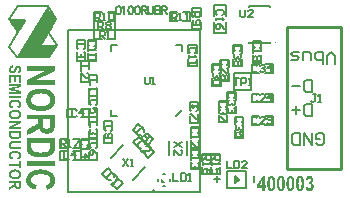
<source format=gto>
%FSLAX24Y24*%
%MOIN*%
G70*
G01*
G75*
G04 Layer_Color=65535*
%ADD10R,0.0335X0.0256*%
%ADD11R,0.0177X0.0177*%
%ADD12R,0.0571X0.0217*%
%ADD13R,0.0571X0.0217*%
%ADD14R,0.0709X0.0394*%
G04:AMPARAMS|DCode=15|XSize=47.2mil|YSize=43.3mil|CornerRadius=0mil|HoleSize=0mil|Usage=FLASHONLY|Rotation=45.000|XOffset=0mil|YOffset=0mil|HoleType=Round|Shape=Rectangle|*
%AMROTATEDRECTD15*
4,1,4,-0.0014,-0.0320,-0.0320,-0.0014,0.0014,0.0320,0.0320,0.0014,-0.0014,-0.0320,0.0*
%
%ADD15ROTATEDRECTD15*%

%ADD16R,0.1850X0.1850*%
%ADD17O,0.0079X0.0256*%
%ADD18O,0.0256X0.0079*%
%ADD19R,0.0394X0.0394*%
%ADD20R,0.0236X0.0217*%
%ADD21R,0.0217X0.0236*%
%ADD22R,0.0256X0.0197*%
%ADD23R,0.0197X0.0256*%
%ADD24C,0.0394*%
%ADD25R,0.0197X0.0236*%
%ADD26R,0.0236X0.0197*%
%ADD27R,0.0315X0.0295*%
G04:AMPARAMS|DCode=28|XSize=19.7mil|YSize=23.6mil|CornerRadius=0mil|HoleSize=0mil|Usage=FLASHONLY|Rotation=45.000|XOffset=0mil|YOffset=0mil|HoleType=Round|Shape=Rectangle|*
%AMROTATEDRECTD28*
4,1,4,0.0014,-0.0153,-0.0153,0.0014,-0.0014,0.0153,0.0153,-0.0014,0.0014,-0.0153,0.0*
%
%ADD28ROTATEDRECTD28*%

%ADD29R,0.0787X0.0394*%
%ADD30C,0.0060*%
%ADD31C,0.0100*%
%ADD32C,0.0050*%
%ADD33C,0.0080*%
%ADD34C,0.0070*%
%ADD35C,0.0090*%
%ADD36C,0.0390*%
%ADD37O,0.1260X0.0709*%
%ADD38C,0.0433*%
%ADD39C,0.0200*%
%ADD40C,0.0197*%
%ADD41C,0.0118*%
%ADD42R,0.0472X0.0433*%
%ADD43C,0.0138*%
%ADD44C,0.0310*%
%ADD45R,0.0236X0.0335*%
%ADD46R,0.0394X0.0335*%
%ADD47R,0.0295X0.0315*%
%ADD48C,0.0039*%
%ADD49C,0.0098*%
%ADD50C,0.0059*%
%ADD51C,0.0079*%
G36*
X1200Y2261D02*
Y2260D01*
Y2256D01*
Y2249D01*
Y2241D01*
X1199Y2230D01*
Y2219D01*
X1196Y2192D01*
X1194Y2163D01*
X1189Y2132D01*
X1182Y2105D01*
X1179Y2094D01*
X1174Y2083D01*
Y2081D01*
X1173Y2080D01*
X1169Y2074D01*
X1163Y2064D01*
X1154Y2051D01*
X1141Y2037D01*
X1126Y2023D01*
X1107Y2007D01*
X1086Y1994D01*
X1085D01*
X1084Y1992D01*
X1080Y1990D01*
X1075Y1989D01*
X1063Y1982D01*
X1044Y1976D01*
X1023Y1970D01*
X996Y1964D01*
X967Y1960D01*
X936Y1959D01*
X926D01*
X918Y1960D01*
X909D01*
X897Y1961D01*
X873Y1965D01*
X845Y1971D01*
X815Y1981D01*
X786Y1995D01*
X772Y2002D01*
X759Y2013D01*
X758D01*
X756Y2015D01*
X747Y2023D01*
X736Y2034D01*
X723Y2051D01*
X709Y2072D01*
X695Y2097D01*
X683Y2128D01*
X674Y2163D01*
X672Y2160D01*
X667Y2154D01*
X660Y2145D01*
X651Y2134D01*
X639Y2120D01*
X626Y2106D01*
X611Y2093D01*
X595Y2080D01*
X593Y2079D01*
X586Y2074D01*
X576Y2066D01*
X569Y2062D01*
X560Y2056D01*
X550Y2051D01*
X539Y2044D01*
X526Y2036D01*
X512Y2029D01*
X498Y2020D01*
X481Y2011D01*
X463Y2001D01*
X443Y1991D01*
X260Y1898D01*
Y2085D01*
X464Y2196D01*
X465Y2198D01*
X469Y2199D01*
X474Y2202D01*
X481Y2206D01*
X490Y2211D01*
X500Y2216D01*
X523Y2229D01*
X546Y2243D01*
X569Y2256D01*
X580Y2262D01*
X589Y2269D01*
X596Y2274D01*
X602Y2279D01*
X604Y2280D01*
X608Y2282D01*
X613Y2286D01*
X619Y2292D01*
X631Y2307D01*
X636Y2316D01*
X641Y2325D01*
Y2326D01*
X642Y2330D01*
X645Y2335D01*
X648Y2344D01*
X649Y2354D01*
X651Y2368D01*
X653Y2384D01*
Y2403D01*
Y2434D01*
X260D01*
Y2589D01*
X1200D01*
Y2261D01*
D02*
G37*
G36*
Y1531D02*
Y1530D01*
Y1526D01*
Y1521D01*
Y1514D01*
X1199Y1505D01*
Y1494D01*
X1198Y1470D01*
X1194Y1444D01*
X1190Y1417D01*
X1184Y1391D01*
X1175Y1369D01*
Y1367D01*
X1174Y1366D01*
X1170Y1360D01*
X1165Y1349D01*
X1156Y1335D01*
X1145Y1320D01*
X1131Y1303D01*
X1114Y1285D01*
X1094Y1268D01*
X1091Y1265D01*
X1088Y1262D01*
X1084Y1260D01*
X1071Y1251D01*
X1054Y1241D01*
X1032Y1230D01*
X1007Y1217D01*
X979Y1205D01*
X946Y1195D01*
X945D01*
X943Y1194D01*
X938Y1192D01*
X930Y1191D01*
X921Y1189D01*
X910Y1186D01*
X897Y1184D01*
X884Y1181D01*
X869Y1180D01*
X851Y1177D01*
X833Y1175D01*
X812Y1173D01*
X791Y1171D01*
X769Y1170D01*
X720Y1169D01*
X700D01*
X689Y1170D01*
X676D01*
X662Y1171D01*
X648Y1173D01*
X614Y1176D01*
X579Y1181D01*
X542Y1187D01*
X507Y1198D01*
X506D01*
X504Y1199D01*
X499Y1200D01*
X492Y1203D01*
X485Y1205D01*
X476Y1209D01*
X456Y1216D01*
X434Y1226D01*
X410Y1239D01*
X386Y1252D01*
X365Y1268D01*
X362Y1269D01*
X356Y1275D01*
X347Y1284D01*
X335Y1295D01*
X322Y1310D01*
X310Y1328D01*
X298Y1347D01*
X286Y1369D01*
Y1370D01*
X285Y1371D01*
X284Y1375D01*
X282Y1380D01*
X280Y1385D01*
X278Y1392D01*
X274Y1410D01*
X269Y1433D01*
X264Y1459D01*
X261Y1489D01*
X260Y1523D01*
Y1814D01*
X1200D01*
Y1531D01*
D02*
G37*
G36*
Y886D02*
X260D01*
Y1041D01*
X1200D01*
Y886D01*
D02*
G37*
G36*
X751Y3458D02*
X766D01*
X782Y3456D01*
X801Y3455D01*
X821Y3453D01*
X843Y3450D01*
X865Y3446D01*
X911Y3439D01*
X957Y3426D01*
X979Y3419D01*
X1000Y3410D01*
X1001D01*
X1005Y3408D01*
X1010Y3405D01*
X1018Y3401D01*
X1028Y3396D01*
X1037Y3390D01*
X1061Y3375D01*
X1088Y3356D01*
X1115Y3334D01*
X1140Y3309D01*
X1151Y3295D01*
X1163Y3280D01*
X1164Y3279D01*
X1165Y3276D01*
X1168Y3271D01*
X1171Y3266D01*
X1175Y3257D01*
X1180Y3249D01*
X1185Y3237D01*
X1190Y3225D01*
X1195Y3212D01*
X1199Y3198D01*
X1208Y3164D01*
X1214Y3126D01*
X1216Y3106D01*
Y3085D01*
Y3083D01*
Y3077D01*
X1215Y3069D01*
X1214Y3058D01*
X1213Y3044D01*
X1210Y3027D01*
X1205Y3009D01*
X1200Y2990D01*
X1194Y2969D01*
X1185Y2946D01*
X1175Y2925D01*
X1163Y2903D01*
X1147Y2880D01*
X1131Y2858D01*
X1111Y2836D01*
X1089Y2816D01*
X1088Y2815D01*
X1082Y2811D01*
X1075Y2806D01*
X1065Y2800D01*
X1053Y2791D01*
X1036Y2783D01*
X1018Y2774D01*
X996Y2764D01*
X972Y2754D01*
X946Y2745D01*
X916Y2735D01*
X884Y2727D01*
X850Y2721D01*
X812Y2716D01*
X772Y2713D01*
X730Y2711D01*
X720D01*
X707Y2713D01*
X691D01*
X671Y2715D01*
X649Y2718D01*
X622Y2720D01*
X595Y2725D01*
X566Y2731D01*
X536Y2739D01*
X505Y2747D01*
X474Y2759D01*
X444Y2771D01*
X414Y2786D01*
X386Y2803D01*
X360Y2822D01*
X359Y2824D01*
X355Y2828D01*
X349Y2833D01*
X342Y2840D01*
X333Y2850D01*
X324Y2861D01*
X312Y2875D01*
X302Y2891D01*
X291Y2909D01*
X280Y2929D01*
X271Y2950D01*
X262Y2974D01*
X255Y2999D01*
X249Y3026D01*
X245Y3055D01*
X244Y3085D01*
Y3086D01*
Y3092D01*
X245Y3101D01*
Y3113D01*
X247Y3126D01*
X250Y3142D01*
X254Y3161D01*
X259Y3181D01*
X264Y3201D01*
X271Y3223D01*
X281Y3245D01*
X292Y3268D01*
X305Y3289D01*
X321Y3310D01*
X339Y3330D01*
X359Y3349D01*
X360Y3350D01*
X365Y3354D01*
X373Y3359D01*
X384Y3366D01*
X396Y3374D01*
X414Y3384D01*
X432Y3394D01*
X455Y3404D01*
X479Y3414D01*
X506Y3424D01*
X536Y3434D01*
X569Y3441D01*
X604Y3449D01*
X641Y3454D01*
X681Y3458D01*
X724Y3459D01*
X740D01*
X751Y3458D01*
D02*
G37*
G36*
X-114Y766D02*
X-108D01*
X-101Y765D01*
X-93Y764D01*
X-84Y763D01*
X-75Y762D01*
X-65Y761D01*
X-45Y757D01*
X-25Y752D01*
X-16Y749D01*
X-7Y745D01*
X-6D01*
X-4Y744D01*
X-2Y743D01*
X1Y741D01*
X5Y739D01*
X10Y736D01*
X20Y730D01*
X31Y722D01*
X43Y712D01*
X54Y701D01*
X59Y695D01*
X64Y689D01*
X64Y688D01*
X65Y687D01*
X66Y685D01*
X67Y683D01*
X69Y679D01*
X71Y675D01*
X73Y670D01*
X76Y665D01*
X78Y659D01*
X79Y653D01*
X83Y638D01*
X86Y622D01*
X87Y613D01*
Y604D01*
Y603D01*
Y601D01*
X86Y597D01*
X86Y592D01*
X85Y586D01*
X84Y579D01*
X82Y571D01*
X80Y563D01*
X77Y554D01*
X73Y544D01*
X69Y535D01*
X64Y525D01*
X57Y516D01*
X50Y506D01*
X42Y497D01*
X32Y488D01*
X31Y487D01*
X29Y486D01*
X26Y484D01*
X21Y481D01*
X16Y477D01*
X9Y473D01*
X1Y470D01*
X-8Y465D01*
X-19Y461D01*
X-30Y457D01*
X-43Y453D01*
X-57Y450D01*
X-72Y447D01*
X-88Y445D01*
X-105Y443D01*
X-123Y443D01*
X-128D01*
X-133Y443D01*
X-140D01*
X-149Y444D01*
X-159Y445D01*
X-170Y446D01*
X-182Y448D01*
X-194Y451D01*
X-207Y454D01*
X-221Y458D01*
X-234Y463D01*
X-247Y468D01*
X-260Y475D01*
X-272Y482D01*
X-284Y491D01*
X-284Y491D01*
X-286Y493D01*
X-289Y495D01*
X-291Y498D01*
X-296Y503D01*
X-299Y507D01*
X-304Y513D01*
X-309Y520D01*
X-313Y528D01*
X-318Y537D01*
X-322Y546D01*
X-326Y556D01*
X-329Y567D01*
X-332Y579D01*
X-333Y591D01*
X-334Y604D01*
Y605D01*
Y608D01*
X-333Y611D01*
Y616D01*
X-332Y622D01*
X-331Y629D01*
X-330Y637D01*
X-327Y646D01*
X-325Y655D01*
X-322Y664D01*
X-318Y674D01*
X-313Y683D01*
X-307Y692D01*
X-300Y702D01*
X-293Y710D01*
X-284Y718D01*
X-284Y719D01*
X-281Y721D01*
X-278Y723D01*
X-273Y726D01*
X-268Y729D01*
X-260Y734D01*
X-252Y738D01*
X-243Y742D01*
X-232Y747D01*
X-220Y751D01*
X-207Y755D01*
X-193Y758D01*
X-178Y762D01*
X-162Y764D01*
X-145Y766D01*
X-126Y766D01*
X-119D01*
X-114Y766D01*
D02*
G37*
G36*
X80Y248D02*
Y247D01*
Y246D01*
Y242D01*
Y239D01*
X79Y234D01*
Y229D01*
X78Y218D01*
X77Y205D01*
X75Y192D01*
X72Y180D01*
X71Y175D01*
X69Y170D01*
Y170D01*
X68Y169D01*
X66Y167D01*
X64Y162D01*
X60Y157D01*
X54Y151D01*
X48Y144D01*
X40Y138D01*
X31Y132D01*
X30D01*
X30Y131D01*
X28Y130D01*
X26Y130D01*
X20Y127D01*
X12Y124D01*
X3Y122D01*
X-8Y119D01*
X-21Y117D01*
X-34Y117D01*
X-39D01*
X-42Y117D01*
X-46D01*
X-51Y118D01*
X-62Y120D01*
X-74Y122D01*
X-87Y127D01*
X-99Y133D01*
X-105Y136D01*
X-111Y140D01*
X-112D01*
X-112Y141D01*
X-116Y144D01*
X-121Y149D01*
X-127Y157D01*
X-133Y166D01*
X-139Y177D01*
X-144Y190D01*
X-148Y205D01*
X-148Y204D01*
X-151Y201D01*
X-154Y197D01*
X-158Y193D01*
X-163Y187D01*
X-168Y181D01*
X-175Y175D01*
X-182Y169D01*
X-183Y169D01*
X-186Y167D01*
X-190Y163D01*
X-193Y162D01*
X-197Y159D01*
X-201Y157D01*
X-206Y154D01*
X-212Y150D01*
X-218Y147D01*
X-224Y143D01*
X-231Y140D01*
X-239Y135D01*
X-248Y131D01*
X-327Y90D01*
Y171D01*
X-239Y220D01*
X-238Y220D01*
X-237Y221D01*
X-234Y222D01*
X-231Y224D01*
X-227Y226D01*
X-223Y228D01*
X-213Y234D01*
X-203Y240D01*
X-193Y246D01*
X-188Y248D01*
X-185Y251D01*
X-181Y253D01*
X-179Y255D01*
X-178Y256D01*
X-177Y257D01*
X-174Y259D01*
X-172Y261D01*
X-166Y268D01*
X-164Y272D01*
X-162Y275D01*
Y276D01*
X-161Y278D01*
X-160Y280D01*
X-159Y283D01*
X-159Y288D01*
X-158Y294D01*
X-157Y301D01*
Y309D01*
Y322D01*
X-327D01*
Y390D01*
X80D01*
Y248D01*
D02*
G37*
G36*
X1200Y4049D02*
X571Y3734D01*
X1200D01*
Y3589D01*
X260D01*
Y3746D01*
X873Y4055D01*
X260D01*
Y4200D01*
X1200D01*
Y4049D01*
D02*
G37*
G36*
X9059Y551D02*
X9063D01*
X9068Y550D01*
X9074Y549D01*
X9080Y547D01*
X9088Y545D01*
X9095Y542D01*
X9103Y538D01*
X9111Y534D01*
X9119Y528D01*
X9127Y522D01*
X9135Y514D01*
X9142Y505D01*
X9149Y495D01*
X9150Y494D01*
X9151Y492D01*
X9153Y489D01*
X9155Y484D01*
X9158Y478D01*
X9161Y470D01*
X9165Y460D01*
X9168Y449D01*
X9171Y436D01*
X9175Y422D01*
X9178Y406D01*
X9181Y387D01*
X9183Y368D01*
X9185Y346D01*
X9186Y322D01*
X9187Y296D01*
Y296D01*
Y295D01*
Y293D01*
Y290D01*
Y283D01*
X9186Y273D01*
X9185Y262D01*
X9185Y248D01*
X9183Y234D01*
X9182Y218D01*
X9177Y186D01*
X9175Y169D01*
X9171Y153D01*
X9167Y137D01*
X9162Y123D01*
X9156Y109D01*
X9149Y98D01*
X9149Y97D01*
X9147Y95D01*
X9145Y93D01*
X9143Y89D01*
X9139Y85D01*
X9135Y80D01*
X9129Y75D01*
X9123Y70D01*
X9118Y65D01*
X9110Y59D01*
X9094Y50D01*
X9084Y47D01*
X9075Y44D01*
X9064Y42D01*
X9054Y41D01*
X9051D01*
X9048Y42D01*
X9044D01*
X9038Y43D01*
X9033Y44D01*
X9026Y46D01*
X9019Y49D01*
X9012Y51D01*
X9004Y55D01*
X8996Y59D01*
X8988Y65D01*
X8980Y71D01*
X8972Y79D01*
X8964Y87D01*
X8957Y97D01*
X8956Y98D01*
X8956Y100D01*
X8954Y103D01*
X8951Y109D01*
X8948Y115D01*
X8946Y123D01*
X8942Y133D01*
X8939Y143D01*
X8935Y157D01*
X8932Y171D01*
X8929Y187D01*
X8926Y205D01*
X8924Y226D01*
X8922Y247D01*
X8921Y271D01*
X8920Y297D01*
Y298D01*
Y298D01*
Y300D01*
Y303D01*
Y310D01*
X8921Y320D01*
X8922Y332D01*
X8922Y345D01*
X8924Y359D01*
X8925Y375D01*
X8929Y408D01*
X8936Y440D01*
X8940Y456D01*
X8945Y470D01*
X8950Y484D01*
X8957Y495D01*
X8958Y496D01*
X8959Y498D01*
X8961Y500D01*
X8964Y504D01*
X8968Y508D01*
X8972Y513D01*
X8977Y518D01*
X8983Y524D01*
X8990Y529D01*
X8996Y534D01*
X9004Y539D01*
X9013Y544D01*
X9022Y547D01*
X9032Y549D01*
X9042Y551D01*
X9053Y552D01*
X9056D01*
X9059Y551D01*
D02*
G37*
G36*
X8740D02*
X8744D01*
X8749Y550D01*
X8755Y549D01*
X8761Y547D01*
X8769Y545D01*
X8776Y542D01*
X8784Y538D01*
X8792Y534D01*
X8800Y528D01*
X8808Y522D01*
X8816Y514D01*
X8823Y505D01*
X8830Y495D01*
X8831Y494D01*
X8832Y492D01*
X8834Y489D01*
X8836Y484D01*
X8839Y478D01*
X8842Y470D01*
X8846Y460D01*
X8849Y449D01*
X8852Y436D01*
X8856Y422D01*
X8859Y406D01*
X8862Y387D01*
X8864Y368D01*
X8866Y346D01*
X8867Y322D01*
X8868Y296D01*
Y296D01*
Y295D01*
Y293D01*
Y290D01*
Y283D01*
X8867Y273D01*
X8866Y262D01*
X8866Y248D01*
X8864Y234D01*
X8863Y218D01*
X8858Y186D01*
X8856Y169D01*
X8852Y153D01*
X8848Y137D01*
X8843Y123D01*
X8837Y109D01*
X8830Y98D01*
X8830Y97D01*
X8828Y95D01*
X8826Y93D01*
X8824Y89D01*
X8820Y85D01*
X8816Y80D01*
X8810Y75D01*
X8804Y70D01*
X8798Y65D01*
X8791Y59D01*
X8775Y50D01*
X8765Y47D01*
X8756Y44D01*
X8745Y42D01*
X8735Y41D01*
X8732D01*
X8729Y42D01*
X8725D01*
X8719Y43D01*
X8714Y44D01*
X8707Y46D01*
X8700Y49D01*
X8693Y51D01*
X8685Y55D01*
X8677Y59D01*
X8669Y65D01*
X8661Y71D01*
X8653Y79D01*
X8645Y87D01*
X8638Y97D01*
X8637Y98D01*
X8637Y100D01*
X8635Y103D01*
X8632Y109D01*
X8629Y115D01*
X8627Y123D01*
X8623Y133D01*
X8620Y143D01*
X8616Y157D01*
X8613Y171D01*
X8610Y187D01*
X8607Y205D01*
X8605Y226D01*
X8603Y247D01*
X8602Y271D01*
X8601Y297D01*
Y298D01*
Y298D01*
Y300D01*
Y303D01*
Y310D01*
X8602Y320D01*
X8603Y332D01*
X8603Y345D01*
X8605Y359D01*
X8606Y375D01*
X8610Y408D01*
X8617Y440D01*
X8621Y456D01*
X8626Y470D01*
X8631Y484D01*
X8638Y495D01*
X8639Y496D01*
X8640Y498D01*
X8642Y500D01*
X8645Y504D01*
X8649Y508D01*
X8653Y513D01*
X8658Y518D01*
X8664Y524D01*
X8671Y529D01*
X8677Y534D01*
X8685Y539D01*
X8694Y544D01*
X8703Y547D01*
X8713Y549D01*
X8723Y551D01*
X8734Y552D01*
X8737D01*
X8740Y551D01*
D02*
G37*
G36*
X8421D02*
X8425D01*
X8430Y550D01*
X8436Y549D01*
X8442Y547D01*
X8450Y545D01*
X8457Y542D01*
X8465Y538D01*
X8473Y534D01*
X8481Y528D01*
X8489Y522D01*
X8497Y514D01*
X8504Y505D01*
X8511Y495D01*
X8512Y494D01*
X8513Y492D01*
X8515Y489D01*
X8517Y484D01*
X8520Y478D01*
X8523Y470D01*
X8527Y460D01*
X8530Y449D01*
X8533Y436D01*
X8537Y422D01*
X8540Y406D01*
X8543Y387D01*
X8545Y368D01*
X8547Y346D01*
X8548Y322D01*
X8549Y296D01*
Y296D01*
Y295D01*
Y293D01*
Y290D01*
Y283D01*
X8548Y273D01*
X8547Y262D01*
X8547Y248D01*
X8545Y234D01*
X8544Y218D01*
X8539Y186D01*
X8537Y169D01*
X8533Y153D01*
X8529Y137D01*
X8524Y123D01*
X8518Y109D01*
X8511Y98D01*
X8511Y97D01*
X8509Y95D01*
X8507Y93D01*
X8505Y89D01*
X8501Y85D01*
X8497Y80D01*
X8491Y75D01*
X8485Y70D01*
X8479Y65D01*
X8472Y59D01*
X8455Y50D01*
X8446Y47D01*
X8437Y44D01*
X8426Y42D01*
X8416Y41D01*
X8413D01*
X8410Y42D01*
X8406D01*
X8400Y43D01*
X8395Y44D01*
X8388Y46D01*
X8381Y49D01*
X8374Y51D01*
X8366Y55D01*
X8358Y59D01*
X8350Y65D01*
X8342Y71D01*
X8334Y79D01*
X8326Y87D01*
X8319Y97D01*
X8318Y98D01*
X8318Y100D01*
X8316Y103D01*
X8313Y109D01*
X8310Y115D01*
X8308Y123D01*
X8304Y133D01*
X8301Y143D01*
X8297Y157D01*
X8294Y171D01*
X8291Y187D01*
X8288Y205D01*
X8286Y226D01*
X8284Y247D01*
X8283Y271D01*
X8282Y297D01*
Y298D01*
Y298D01*
Y300D01*
Y303D01*
Y310D01*
X8283Y320D01*
X8284Y332D01*
X8284Y345D01*
X8286Y359D01*
X8287Y375D01*
X8291Y408D01*
X8298Y440D01*
X8302Y456D01*
X8307Y470D01*
X8312Y484D01*
X8319Y495D01*
X8320Y496D01*
X8321Y498D01*
X8323Y500D01*
X8326Y504D01*
X8330Y508D01*
X8334Y513D01*
X8339Y518D01*
X8345Y524D01*
X8352Y529D01*
X8358Y534D01*
X8366Y539D01*
X8375Y544D01*
X8384Y547D01*
X8394Y549D01*
X8404Y551D01*
X8415Y552D01*
X8418D01*
X8421Y551D01*
D02*
G37*
G36*
X9378D02*
X9382D01*
X9387Y550D01*
X9393Y549D01*
X9399Y547D01*
X9407Y545D01*
X9414Y542D01*
X9422Y538D01*
X9430Y534D01*
X9438Y528D01*
X9446Y522D01*
X9454Y514D01*
X9461Y505D01*
X9468Y495D01*
X9469Y494D01*
X9470Y492D01*
X9472Y489D01*
X9474Y484D01*
X9477Y478D01*
X9480Y470D01*
X9484Y460D01*
X9487Y449D01*
X9490Y436D01*
X9494Y422D01*
X9497Y406D01*
X9500Y387D01*
X9502Y368D01*
X9504Y346D01*
X9505Y322D01*
X9506Y296D01*
Y296D01*
Y295D01*
Y293D01*
Y290D01*
Y283D01*
X9505Y273D01*
X9504Y262D01*
X9504Y248D01*
X9502Y234D01*
X9501Y218D01*
X9496Y186D01*
X9494Y169D01*
X9490Y153D01*
X9486Y137D01*
X9481Y123D01*
X9475Y109D01*
X9468Y98D01*
X9468Y97D01*
X9466Y95D01*
X9464Y93D01*
X9462Y89D01*
X9458Y85D01*
X9454Y80D01*
X9449Y75D01*
X9443Y70D01*
X9437Y65D01*
X9429Y59D01*
X9413Y50D01*
X9403Y47D01*
X9394Y44D01*
X9383Y42D01*
X9373Y41D01*
X9370D01*
X9367Y42D01*
X9363D01*
X9357Y43D01*
X9352Y44D01*
X9345Y46D01*
X9338Y49D01*
X9331Y51D01*
X9323Y55D01*
X9315Y59D01*
X9307Y65D01*
X9299Y71D01*
X9291Y79D01*
X9283Y87D01*
X9276Y97D01*
X9275Y98D01*
X9275Y100D01*
X9273Y103D01*
X9270Y109D01*
X9267Y115D01*
X9265Y123D01*
X9261Y133D01*
X9258Y143D01*
X9254Y157D01*
X9251Y171D01*
X9248Y187D01*
X9245Y205D01*
X9243Y226D01*
X9241Y247D01*
X9240Y271D01*
X9239Y297D01*
Y298D01*
Y298D01*
Y300D01*
Y303D01*
Y310D01*
X9240Y320D01*
X9241Y332D01*
X9241Y345D01*
X9243Y359D01*
X9244Y375D01*
X9248Y408D01*
X9255Y440D01*
X9259Y456D01*
X9264Y470D01*
X9269Y484D01*
X9276Y495D01*
X9277Y496D01*
X9278Y498D01*
X9280Y500D01*
X9283Y504D01*
X9287Y508D01*
X9291Y513D01*
X9296Y518D01*
X9302Y524D01*
X9309Y529D01*
X9315Y534D01*
X9323Y539D01*
X9332Y544D01*
X9341Y547D01*
X9351Y549D01*
X9361Y551D01*
X9372Y552D01*
X9375D01*
X9378Y551D01*
D02*
G37*
G36*
X744Y764D02*
X761D01*
X781Y761D01*
X805Y759D01*
X830Y756D01*
X859Y751D01*
X887Y746D01*
X919Y739D01*
X950Y730D01*
X981Y720D01*
X1013Y707D01*
X1042Y693D01*
X1071Y676D01*
X1098Y658D01*
X1099Y656D01*
X1103Y653D01*
X1109Y648D01*
X1116Y640D01*
X1125Y630D01*
X1135Y619D01*
X1146Y605D01*
X1157Y590D01*
X1168Y573D01*
X1179Y554D01*
X1189Y532D01*
X1198Y510D01*
X1205Y486D01*
X1211Y460D01*
X1215Y432D01*
X1216Y404D01*
Y402D01*
Y397D01*
Y391D01*
X1215Y382D01*
X1214Y371D01*
X1211Y358D01*
X1209Y344D01*
X1205Y327D01*
X1200Y311D01*
X1195Y294D01*
X1187Y275D01*
X1179Y258D01*
X1169Y239D01*
X1156Y221D01*
X1144Y203D01*
X1128Y186D01*
X1126Y185D01*
X1125Y184D01*
X1121Y180D01*
X1116Y176D01*
X1109Y171D01*
X1101Y165D01*
X1091Y159D01*
X1080Y151D01*
X1067Y145D01*
X1054Y137D01*
X1039Y130D01*
X1023Y121D01*
X1004Y115D01*
X985Y108D01*
X964Y101D01*
X941Y95D01*
X896Y249D01*
X897D01*
X900Y250D01*
X904D01*
X909Y251D01*
X922Y256D01*
X939Y261D01*
X957Y270D01*
X978Y280D01*
X996Y294D01*
X1013Y309D01*
X1014Y311D01*
X1019Y316D01*
X1025Y326D01*
X1034Y338D01*
X1041Y354D01*
X1047Y371D01*
X1053Y391D01*
X1054Y413D01*
Y414D01*
Y416D01*
Y421D01*
X1053Y426D01*
X1051Y434D01*
X1050Y443D01*
X1045Y461D01*
X1035Y484D01*
X1030Y495D01*
X1023Y506D01*
X1014Y519D01*
X1004Y530D01*
X993Y541D01*
X979Y551D01*
X978D01*
X975Y554D01*
X971Y556D01*
X965Y560D01*
X956Y564D01*
X946Y569D01*
X935Y573D01*
X920Y578D01*
X905Y582D01*
X886Y587D01*
X866Y593D01*
X844Y596D01*
X820Y600D01*
X794Y602D01*
X765Y604D01*
X734Y605D01*
X718D01*
X705Y604D01*
X690D01*
X674Y602D01*
X655Y600D01*
X636Y599D01*
X594Y593D01*
X553Y582D01*
X532Y576D01*
X514Y570D01*
X496Y561D01*
X481Y553D01*
X480Y551D01*
X477Y550D01*
X474Y547D01*
X470Y542D01*
X457Y531D01*
X444Y516D01*
X430Y496D01*
X417Y472D01*
X414Y460D01*
X410Y446D01*
X408Y431D01*
X406Y416D01*
Y415D01*
Y414D01*
X408Y406D01*
X409Y395D01*
X413Y380D01*
X417Y364D01*
X426Y345D01*
X437Y327D01*
X454Y310D01*
X456Y308D01*
X463Y302D01*
X474Y295D01*
X490Y285D01*
X511Y274D01*
X524Y269D01*
X538Y264D01*
X553Y259D01*
X569Y254D01*
X586Y249D01*
X605Y245D01*
X546Y94D01*
X545D01*
X540Y95D01*
X531Y98D01*
X520Y101D01*
X507Y105D01*
X492Y110D01*
X476Y115D01*
X459Y122D01*
X421Y139D01*
X382Y159D01*
X365Y171D01*
X347Y184D01*
X331Y198D01*
X316Y213D01*
X315Y214D01*
X314Y216D01*
X310Y221D01*
X305Y227D01*
X300Y235D01*
X294Y245D01*
X286Y255D01*
X280Y268D01*
X274Y282D01*
X266Y298D01*
X260Y314D01*
X255Y331D01*
X250Y350D01*
X247Y370D01*
X245Y391D01*
X244Y414D01*
Y415D01*
Y420D01*
X245Y429D01*
Y439D01*
X247Y451D01*
X250Y466D01*
X254Y483D01*
X259Y500D01*
X264Y520D01*
X271Y539D01*
X281Y560D01*
X292Y580D01*
X305Y600D01*
X321Y620D01*
X339Y639D01*
X359Y658D01*
X360Y659D01*
X365Y662D01*
X373Y667D01*
X384Y674D01*
X397Y683D01*
X414Y691D01*
X432Y701D01*
X455Y711D01*
X479Y721D01*
X506Y731D01*
X536Y740D01*
X569Y749D01*
X604Y755D01*
X640Y760D01*
X680Y764D01*
X721Y765D01*
X731D01*
X744Y764D01*
D02*
G37*
G36*
X9698Y551D02*
X9702Y551D01*
X9708Y550D01*
X9721Y547D01*
X9735Y542D01*
X9743Y540D01*
X9750Y536D01*
X9758Y531D01*
X9765Y526D01*
X9772Y520D01*
X9778Y512D01*
X9779Y512D01*
X9779Y510D01*
X9782Y508D01*
X9783Y506D01*
X9786Y502D01*
X9789Y497D01*
X9795Y486D01*
X9801Y473D01*
X9806Y458D01*
X9810Y442D01*
X9811Y433D01*
X9811Y424D01*
Y423D01*
Y422D01*
Y418D01*
X9811Y412D01*
X9809Y404D01*
X9807Y395D01*
X9805Y385D01*
X9801Y374D01*
X9796Y364D01*
X9795Y363D01*
X9793Y360D01*
X9790Y355D01*
X9785Y349D01*
X9779Y342D01*
X9771Y334D01*
X9762Y326D01*
X9752Y318D01*
X9752D01*
X9753Y318D01*
X9755Y317D01*
X9758Y316D01*
X9764Y314D01*
X9772Y310D01*
X9780Y304D01*
X9789Y297D01*
X9799Y288D01*
X9807Y278D01*
Y277D01*
X9808Y276D01*
X9809Y274D01*
X9811Y272D01*
X9814Y265D01*
X9819Y256D01*
X9823Y245D01*
X9826Y231D01*
X9829Y216D01*
X9829Y199D01*
Y199D01*
Y196D01*
Y193D01*
X9829Y188D01*
X9828Y182D01*
X9827Y175D01*
X9826Y168D01*
X9824Y159D01*
X9819Y141D01*
X9816Y132D01*
X9812Y123D01*
X9807Y113D01*
X9801Y104D01*
X9795Y95D01*
X9788Y86D01*
X9787Y85D01*
X9786Y84D01*
X9784Y82D01*
X9781Y79D01*
X9777Y75D01*
X9772Y72D01*
X9767Y68D01*
X9761Y64D01*
X9747Y55D01*
X9730Y49D01*
X9721Y45D01*
X9712Y43D01*
X9702Y42D01*
X9691Y41D01*
X9686D01*
X9682Y42D01*
X9677Y43D01*
X9672Y43D01*
X9659Y46D01*
X9644Y51D01*
X9629Y57D01*
X9622Y61D01*
X9614Y67D01*
X9606Y72D01*
X9599Y79D01*
X9598Y79D01*
X9598Y81D01*
X9596Y83D01*
X9593Y85D01*
X9590Y89D01*
X9587Y94D01*
X9584Y99D01*
X9580Y106D01*
X9576Y113D01*
X9572Y121D01*
X9568Y129D01*
X9565Y138D01*
X9562Y148D01*
X9559Y159D01*
X9557Y170D01*
X9556Y182D01*
X9632Y193D01*
Y193D01*
Y192D01*
X9632Y190D01*
Y187D01*
X9634Y181D01*
X9635Y173D01*
X9638Y165D01*
X9641Y156D01*
X9646Y147D01*
X9651Y139D01*
X9652Y139D01*
X9654Y137D01*
X9658Y133D01*
X9662Y130D01*
X9668Y127D01*
X9674Y123D01*
X9682Y121D01*
X9690Y121D01*
X9691D01*
X9694Y121D01*
X9698Y122D01*
X9704Y123D01*
X9710Y126D01*
X9718Y130D01*
X9724Y135D01*
X9731Y143D01*
X9732Y144D01*
X9734Y147D01*
X9736Y152D01*
X9740Y159D01*
X9743Y167D01*
X9746Y178D01*
X9748Y190D01*
X9748Y204D01*
Y205D01*
Y205D01*
Y207D01*
Y210D01*
X9748Y216D01*
X9746Y224D01*
X9744Y234D01*
X9741Y244D01*
X9737Y252D01*
X9732Y261D01*
X9731Y262D01*
X9729Y264D01*
X9726Y268D01*
X9721Y272D01*
X9715Y276D01*
X9708Y279D01*
X9701Y282D01*
X9693Y282D01*
X9690D01*
X9687Y282D01*
X9683D01*
X9678Y280D01*
X9672Y279D01*
X9664Y278D01*
X9657Y275D01*
X9665Y354D01*
X9670D01*
X9676Y354D01*
X9683Y355D01*
X9691Y357D01*
X9699Y360D01*
X9707Y364D01*
X9714Y370D01*
X9715Y370D01*
X9717Y373D01*
X9720Y377D01*
X9724Y382D01*
X9726Y389D01*
X9730Y397D01*
X9732Y407D01*
X9732Y418D01*
Y419D01*
Y422D01*
X9732Y427D01*
X9731Y432D01*
X9729Y439D01*
X9727Y446D01*
X9724Y452D01*
X9719Y458D01*
X9718Y459D01*
X9717Y461D01*
X9714Y463D01*
X9710Y466D01*
X9705Y469D01*
X9700Y471D01*
X9693Y473D01*
X9686Y474D01*
X9682D01*
X9678Y473D01*
X9674Y472D01*
X9668Y470D01*
X9662Y466D01*
X9657Y462D01*
X9651Y456D01*
X9650Y456D01*
X9649Y453D01*
X9646Y450D01*
X9644Y444D01*
X9640Y437D01*
X9638Y428D01*
X9635Y418D01*
X9634Y407D01*
X9561Y422D01*
Y423D01*
X9562Y426D01*
X9562Y429D01*
X9563Y434D01*
X9564Y439D01*
X9566Y446D01*
X9568Y452D01*
X9571Y460D01*
X9577Y476D01*
X9584Y493D01*
X9594Y508D01*
X9599Y515D01*
X9605Y521D01*
X9606Y522D01*
X9606Y522D01*
X9608Y524D01*
X9611Y526D01*
X9614Y528D01*
X9618Y531D01*
X9628Y537D01*
X9640Y542D01*
X9654Y547D01*
X9670Y551D01*
X9679Y552D01*
X9694D01*
X9698Y551D01*
D02*
G37*
G36*
X8194Y235D02*
X8245D01*
Y151D01*
X8194D01*
Y50D01*
X8119D01*
Y151D01*
X7950D01*
Y234D01*
X8128Y552D01*
X8194D01*
Y235D01*
D02*
G37*
G36*
X80Y796D02*
X11D01*
Y895D01*
X-327D01*
Y962D01*
X11D01*
Y1061D01*
X80D01*
Y796D01*
D02*
G37*
G36*
Y2314D02*
X-192Y2178D01*
X80D01*
Y2115D01*
X-327D01*
Y2183D01*
X-62Y2317D01*
X-327D01*
Y2379D01*
X80D01*
Y2314D01*
D02*
G37*
G36*
Y3496D02*
X-198Y3436D01*
X80Y3377D01*
Y3275D01*
X-327D01*
Y3338D01*
X-7D01*
X-327Y3404D01*
Y3469D01*
X-7Y3534D01*
X-327D01*
Y3597D01*
X80D01*
Y3496D01*
D02*
G37*
G36*
Y3659D02*
X11D01*
Y3839D01*
X-79D01*
Y3672D01*
X-148D01*
Y3839D01*
X-258D01*
Y3653D01*
X-327D01*
Y3907D01*
X80D01*
Y3659D01*
D02*
G37*
G36*
Y3143D02*
X-327D01*
Y3210D01*
X80D01*
Y3143D01*
D02*
G37*
G36*
X-118Y3090D02*
X-110D01*
X-101Y3089D01*
X-91Y3088D01*
X-80Y3087D01*
X-68Y3085D01*
X-55Y3083D01*
X-42Y3079D01*
X-28Y3076D01*
X-15Y3071D01*
X-1Y3066D01*
X12Y3059D01*
X24Y3052D01*
X36Y3044D01*
X36Y3044D01*
X38Y3042D01*
X40Y3040D01*
X44Y3037D01*
X47Y3032D01*
X52Y3027D01*
X57Y3021D01*
X62Y3015D01*
X66Y3007D01*
X71Y2999D01*
X75Y2990D01*
X79Y2980D01*
X82Y2970D01*
X85Y2959D01*
X86Y2947D01*
X87Y2934D01*
Y2934D01*
Y2932D01*
Y2929D01*
X86Y2925D01*
X86Y2920D01*
X85Y2914D01*
X84Y2908D01*
X82Y2901D01*
X80Y2894D01*
X78Y2887D01*
X75Y2879D01*
X71Y2871D01*
X66Y2863D01*
X61Y2855D01*
X56Y2847D01*
X49Y2840D01*
X48Y2840D01*
X47Y2839D01*
X46Y2838D01*
X44Y2836D01*
X40Y2834D01*
X37Y2831D01*
X33Y2828D01*
X28Y2825D01*
X23Y2822D01*
X17Y2819D01*
X10Y2816D01*
X3Y2812D01*
X-5Y2809D01*
X-13Y2806D01*
X-22Y2803D01*
X-32Y2801D01*
X-52Y2867D01*
X-51D01*
X-50Y2868D01*
X-48D01*
X-46Y2868D01*
X-40Y2871D01*
X-33Y2873D01*
X-25Y2876D01*
X-16Y2881D01*
X-8Y2887D01*
X-1Y2893D01*
X-1Y2894D01*
X1Y2897D01*
X4Y2901D01*
X8Y2906D01*
X11Y2913D01*
X14Y2920D01*
X16Y2929D01*
X17Y2938D01*
Y2939D01*
Y2940D01*
Y2942D01*
X16Y2944D01*
X16Y2947D01*
X15Y2951D01*
X13Y2959D01*
X9Y2969D01*
X6Y2974D01*
X3Y2979D01*
X-1Y2984D01*
X-5Y2989D01*
X-10Y2994D01*
X-16Y2998D01*
X-16D01*
X-17Y2999D01*
X-19Y3000D01*
X-22Y3002D01*
X-26Y3004D01*
X-30Y3006D01*
X-35Y3007D01*
X-41Y3010D01*
X-48Y3012D01*
X-56Y3014D01*
X-65Y3016D01*
X-74Y3018D01*
X-85Y3019D01*
X-96Y3020D01*
X-108Y3021D01*
X-122Y3021D01*
X-129D01*
X-134Y3021D01*
X-141D01*
X-148Y3020D01*
X-156Y3019D01*
X-164Y3019D01*
X-182Y3016D01*
X-200Y3012D01*
X-209Y3009D01*
X-217Y3006D01*
X-225Y3003D01*
X-231Y2999D01*
X-232Y2998D01*
X-233Y2998D01*
X-234Y2997D01*
X-236Y2994D01*
X-241Y2990D01*
X-247Y2983D01*
X-253Y2974D01*
X-259Y2964D01*
X-260Y2959D01*
X-262Y2953D01*
X-263Y2946D01*
X-264Y2940D01*
Y2939D01*
Y2939D01*
X-263Y2935D01*
X-263Y2931D01*
X-261Y2924D01*
X-259Y2917D01*
X-255Y2909D01*
X-250Y2901D01*
X-243Y2894D01*
X-242Y2893D01*
X-239Y2891D01*
X-234Y2887D01*
X-227Y2883D01*
X-218Y2878D01*
X-213Y2876D01*
X-207Y2874D01*
X-200Y2872D01*
X-193Y2869D01*
X-186Y2867D01*
X-178Y2866D01*
X-203Y2800D01*
X-204D01*
X-206Y2801D01*
X-210Y2802D01*
X-214Y2803D01*
X-220Y2805D01*
X-226Y2807D01*
X-233Y2809D01*
X-241Y2813D01*
X-257Y2820D01*
X-274Y2828D01*
X-281Y2834D01*
X-289Y2839D01*
X-296Y2845D01*
X-303Y2852D01*
X-303Y2852D01*
X-304Y2853D01*
X-305Y2855D01*
X-307Y2858D01*
X-310Y2861D01*
X-312Y2866D01*
X-316Y2870D01*
X-318Y2875D01*
X-321Y2882D01*
X-324Y2888D01*
X-327Y2895D01*
X-329Y2903D01*
X-331Y2911D01*
X-332Y2920D01*
X-333Y2929D01*
X-334Y2939D01*
Y2939D01*
Y2941D01*
X-333Y2945D01*
Y2950D01*
X-332Y2955D01*
X-331Y2961D01*
X-330Y2968D01*
X-327Y2976D01*
X-325Y2985D01*
X-322Y2993D01*
X-318Y3002D01*
X-313Y3011D01*
X-307Y3019D01*
X-300Y3028D01*
X-293Y3036D01*
X-284Y3044D01*
X-284Y3045D01*
X-281Y3046D01*
X-278Y3049D01*
X-273Y3051D01*
X-267Y3055D01*
X-260Y3059D01*
X-252Y3063D01*
X-243Y3067D01*
X-232Y3072D01*
X-220Y3076D01*
X-207Y3080D01*
X-193Y3084D01*
X-178Y3086D01*
X-162Y3089D01*
X-145Y3090D01*
X-127Y3091D01*
X-123D01*
X-118Y3090D01*
D02*
G37*
G36*
X-114Y2756D02*
X-108D01*
X-101Y2756D01*
X-93Y2755D01*
X-84Y2754D01*
X-75Y2753D01*
X-65Y2752D01*
X-45Y2748D01*
X-25Y2743D01*
X-16Y2740D01*
X-7Y2736D01*
X-6D01*
X-4Y2735D01*
X-2Y2734D01*
X1Y2732D01*
X5Y2730D01*
X10Y2727D01*
X20Y2721D01*
X31Y2713D01*
X43Y2703D01*
X54Y2692D01*
X59Y2686D01*
X64Y2680D01*
X64Y2679D01*
X65Y2678D01*
X66Y2676D01*
X67Y2674D01*
X69Y2670D01*
X71Y2666D01*
X73Y2661D01*
X76Y2656D01*
X78Y2650D01*
X79Y2644D01*
X83Y2629D01*
X86Y2613D01*
X87Y2604D01*
Y2595D01*
Y2594D01*
Y2592D01*
X86Y2588D01*
X86Y2583D01*
X85Y2577D01*
X84Y2570D01*
X82Y2562D01*
X80Y2554D01*
X77Y2545D01*
X73Y2535D01*
X69Y2526D01*
X64Y2516D01*
X57Y2506D01*
X50Y2497D01*
X42Y2488D01*
X32Y2479D01*
X31Y2478D01*
X29Y2477D01*
X26Y2475D01*
X21Y2472D01*
X16Y2468D01*
X9Y2464D01*
X1Y2460D01*
X-8Y2456D01*
X-19Y2452D01*
X-30Y2448D01*
X-43Y2444D01*
X-57Y2440D01*
X-72Y2438D01*
X-88Y2436D01*
X-105Y2434D01*
X-123Y2433D01*
X-128D01*
X-133Y2434D01*
X-140D01*
X-149Y2435D01*
X-159Y2436D01*
X-170Y2437D01*
X-182Y2439D01*
X-194Y2442D01*
X-207Y2445D01*
X-221Y2449D01*
X-234Y2454D01*
X-247Y2459D01*
X-260Y2466D01*
X-272Y2473D01*
X-284Y2482D01*
X-284Y2482D01*
X-286Y2484D01*
X-289Y2486D01*
X-291Y2489D01*
X-296Y2493D01*
X-299Y2498D01*
X-304Y2504D01*
X-309Y2511D01*
X-313Y2519D01*
X-318Y2528D01*
X-322Y2537D01*
X-326Y2547D01*
X-329Y2558D01*
X-332Y2570D01*
X-333Y2582D01*
X-334Y2595D01*
Y2596D01*
Y2598D01*
X-333Y2602D01*
Y2607D01*
X-332Y2613D01*
X-331Y2620D01*
X-330Y2628D01*
X-327Y2637D01*
X-325Y2645D01*
X-322Y2655D01*
X-318Y2664D01*
X-313Y2674D01*
X-307Y2683D01*
X-300Y2693D01*
X-293Y2701D01*
X-284Y2709D01*
X-284Y2710D01*
X-281Y2711D01*
X-278Y2714D01*
X-273Y2717D01*
X-268Y2720D01*
X-260Y2724D01*
X-252Y2729D01*
X-243Y2733D01*
X-232Y2737D01*
X-220Y2742D01*
X-207Y2746D01*
X-193Y2749D01*
X-178Y2753D01*
X-162Y2755D01*
X-145Y2756D01*
X-126Y2757D01*
X-119D01*
X-114Y2756D01*
D02*
G37*
G36*
X4887Y312D02*
X4732D01*
Y467D01*
X4887Y312D01*
D02*
G37*
G36*
X-118Y1384D02*
X-110D01*
X-101Y1383D01*
X-91Y1382D01*
X-80Y1381D01*
X-68Y1378D01*
X-55Y1376D01*
X-42Y1373D01*
X-28Y1369D01*
X-15Y1365D01*
X-1Y1360D01*
X12Y1353D01*
X24Y1346D01*
X36Y1338D01*
X36Y1337D01*
X38Y1336D01*
X40Y1334D01*
X44Y1330D01*
X47Y1326D01*
X52Y1321D01*
X57Y1315D01*
X62Y1309D01*
X66Y1301D01*
X71Y1293D01*
X75Y1284D01*
X79Y1274D01*
X82Y1264D01*
X85Y1252D01*
X86Y1241D01*
X87Y1228D01*
Y1228D01*
Y1225D01*
Y1223D01*
X86Y1219D01*
X86Y1214D01*
X85Y1208D01*
X84Y1202D01*
X82Y1195D01*
X80Y1188D01*
X78Y1180D01*
X75Y1172D01*
X71Y1165D01*
X66Y1157D01*
X61Y1149D01*
X56Y1141D01*
X49Y1134D01*
X48Y1133D01*
X47Y1133D01*
X46Y1131D01*
X44Y1130D01*
X40Y1127D01*
X37Y1125D01*
X33Y1122D01*
X28Y1119D01*
X23Y1116D01*
X17Y1113D01*
X10Y1110D01*
X3Y1106D01*
X-5Y1103D01*
X-13Y1100D01*
X-22Y1097D01*
X-32Y1094D01*
X-52Y1161D01*
X-51D01*
X-50Y1162D01*
X-48D01*
X-46Y1162D01*
X-40Y1164D01*
X-33Y1166D01*
X-25Y1170D01*
X-16Y1175D01*
X-8Y1180D01*
X-1Y1187D01*
X-1Y1188D01*
X1Y1190D01*
X4Y1195D01*
X8Y1199D01*
X11Y1206D01*
X14Y1214D01*
X16Y1223D01*
X17Y1232D01*
Y1232D01*
Y1233D01*
Y1236D01*
X16Y1238D01*
X16Y1241D01*
X15Y1245D01*
X13Y1253D01*
X9Y1263D01*
X6Y1268D01*
X3Y1272D01*
X-1Y1278D01*
X-5Y1283D01*
X-10Y1288D01*
X-16Y1292D01*
X-16D01*
X-17Y1293D01*
X-19Y1294D01*
X-22Y1296D01*
X-26Y1297D01*
X-30Y1299D01*
X-35Y1301D01*
X-41Y1303D01*
X-48Y1305D01*
X-56Y1308D01*
X-65Y1310D01*
X-74Y1311D01*
X-85Y1313D01*
X-96Y1314D01*
X-108Y1315D01*
X-122Y1315D01*
X-129D01*
X-134Y1315D01*
X-141D01*
X-148Y1314D01*
X-156Y1313D01*
X-164Y1312D01*
X-182Y1310D01*
X-200Y1305D01*
X-209Y1303D01*
X-217Y1300D01*
X-225Y1296D01*
X-231Y1292D01*
X-232Y1292D01*
X-233Y1291D01*
X-234Y1290D01*
X-236Y1288D01*
X-241Y1283D01*
X-247Y1277D01*
X-253Y1268D01*
X-259Y1258D01*
X-260Y1252D01*
X-262Y1246D01*
X-263Y1240D01*
X-264Y1233D01*
Y1233D01*
Y1232D01*
X-263Y1229D01*
X-263Y1224D01*
X-261Y1218D01*
X-259Y1211D01*
X-255Y1203D01*
X-250Y1195D01*
X-243Y1187D01*
X-242Y1186D01*
X-239Y1184D01*
X-234Y1181D01*
X-227Y1177D01*
X-218Y1172D01*
X-213Y1170D01*
X-207Y1167D01*
X-200Y1165D01*
X-193Y1163D01*
X-186Y1161D01*
X-178Y1159D01*
X-203Y1094D01*
X-204D01*
X-206Y1094D01*
X-210Y1096D01*
X-214Y1097D01*
X-220Y1099D01*
X-226Y1101D01*
X-233Y1103D01*
X-241Y1106D01*
X-257Y1113D01*
X-274Y1122D01*
X-281Y1127D01*
X-289Y1133D01*
X-296Y1139D01*
X-303Y1145D01*
X-303Y1146D01*
X-304Y1147D01*
X-305Y1149D01*
X-307Y1152D01*
X-310Y1155D01*
X-312Y1159D01*
X-316Y1164D01*
X-318Y1169D01*
X-321Y1176D01*
X-324Y1182D01*
X-327Y1189D01*
X-329Y1197D01*
X-331Y1205D01*
X-332Y1213D01*
X-333Y1223D01*
X-334Y1232D01*
Y1233D01*
Y1235D01*
X-333Y1239D01*
Y1243D01*
X-332Y1249D01*
X-331Y1255D01*
X-330Y1262D01*
X-327Y1270D01*
X-325Y1278D01*
X-322Y1286D01*
X-318Y1296D01*
X-313Y1304D01*
X-307Y1313D01*
X-300Y1322D01*
X-293Y1330D01*
X-284Y1338D01*
X-284Y1338D01*
X-281Y1340D01*
X-278Y1342D01*
X-273Y1345D01*
X-267Y1349D01*
X-260Y1353D01*
X-252Y1357D01*
X-243Y1361D01*
X-232Y1365D01*
X-220Y1370D01*
X-207Y1374D01*
X-193Y1377D01*
X-178Y1380D01*
X-162Y1382D01*
X-145Y1384D01*
X-127Y1384D01*
X-123D01*
X-118Y1384D01*
D02*
G37*
G36*
X7323Y428D02*
X7213Y318D01*
Y538D01*
X7323Y428D01*
D02*
G37*
G36*
X80Y1923D02*
Y1922D01*
Y1921D01*
Y1918D01*
Y1915D01*
X79Y1911D01*
Y1906D01*
X79Y1896D01*
X77Y1885D01*
X76Y1873D01*
X73Y1862D01*
X69Y1852D01*
Y1852D01*
X69Y1851D01*
X67Y1849D01*
X65Y1844D01*
X61Y1838D01*
X56Y1831D01*
X50Y1824D01*
X43Y1816D01*
X34Y1809D01*
X33Y1807D01*
X31Y1806D01*
X30Y1805D01*
X24Y1802D01*
X17Y1797D01*
X7Y1792D01*
X-3Y1787D01*
X-16Y1782D01*
X-30Y1777D01*
X-30D01*
X-32Y1777D01*
X-34Y1776D01*
X-37Y1776D01*
X-41Y1774D01*
X-46Y1773D01*
X-51Y1772D01*
X-57Y1771D01*
X-63Y1771D01*
X-71Y1770D01*
X-79Y1769D01*
X-88Y1767D01*
X-97Y1767D01*
X-107Y1766D01*
X-128Y1766D01*
X-136D01*
X-141Y1766D01*
X-147D01*
X-153Y1767D01*
X-159Y1767D01*
X-174Y1769D01*
X-189Y1771D01*
X-205Y1774D01*
X-220Y1778D01*
X-220D01*
X-221Y1779D01*
X-224Y1779D01*
X-226Y1780D01*
X-230Y1782D01*
X-233Y1783D01*
X-242Y1786D01*
X-252Y1791D01*
X-262Y1796D01*
X-272Y1802D01*
X-281Y1809D01*
X-283Y1809D01*
X-285Y1812D01*
X-289Y1816D01*
X-294Y1820D01*
X-300Y1827D01*
X-305Y1835D01*
X-311Y1843D01*
X-316Y1852D01*
Y1853D01*
X-316Y1853D01*
X-317Y1855D01*
X-317Y1857D01*
X-318Y1859D01*
X-319Y1863D01*
X-321Y1870D01*
X-323Y1880D01*
X-325Y1891D01*
X-326Y1904D01*
X-327Y1919D01*
Y2045D01*
X80D01*
Y1923D01*
D02*
G37*
G36*
Y1642D02*
X-158D01*
X-168Y1641D01*
X-180D01*
X-191Y1641D01*
X-195D01*
X-200Y1640D01*
X-204D01*
X-207Y1640D01*
X-208D01*
X-212Y1639D01*
X-217Y1638D01*
X-223Y1635D01*
X-230Y1633D01*
X-237Y1629D01*
X-243Y1625D01*
X-249Y1619D01*
X-250Y1618D01*
X-251Y1615D01*
X-254Y1612D01*
X-256Y1607D01*
X-259Y1600D01*
X-261Y1592D01*
X-263Y1584D01*
X-264Y1574D01*
Y1573D01*
Y1573D01*
Y1570D01*
X-263Y1566D01*
X-263Y1560D01*
X-261Y1554D01*
X-259Y1547D01*
X-257Y1541D01*
X-253Y1535D01*
X-253Y1535D01*
X-251Y1533D01*
X-249Y1530D01*
X-246Y1527D01*
X-242Y1524D01*
X-237Y1521D01*
X-231Y1517D01*
X-225Y1515D01*
X-224Y1515D01*
X-223D01*
X-221Y1514D01*
X-219Y1514D01*
X-215Y1513D01*
X-212Y1513D01*
X-208Y1512D01*
X-203Y1512D01*
X-197Y1511D01*
X-191D01*
X-184Y1510D01*
X-175Y1510D01*
X-166Y1509D01*
X80D01*
Y1442D01*
X-154D01*
X-162Y1443D01*
X-171D01*
X-180Y1443D01*
X-199Y1444D01*
X-219Y1446D01*
X-228Y1447D01*
X-237Y1448D01*
X-245Y1450D01*
X-253Y1452D01*
X-253D01*
X-254Y1452D01*
X-256Y1453D01*
X-259Y1453D01*
X-262Y1454D01*
X-265Y1456D01*
X-274Y1460D01*
X-283Y1465D01*
X-293Y1472D01*
X-303Y1480D01*
X-312Y1491D01*
Y1492D01*
X-313Y1493D01*
X-314Y1494D01*
X-315Y1496D01*
X-317Y1500D01*
X-319Y1503D01*
X-321Y1508D01*
X-323Y1513D01*
X-325Y1518D01*
X-327Y1524D01*
X-329Y1531D01*
X-331Y1538D01*
X-333Y1554D01*
X-334Y1572D01*
Y1573D01*
Y1574D01*
Y1577D01*
X-333Y1581D01*
Y1585D01*
X-333Y1590D01*
X-332Y1596D01*
X-332Y1602D01*
X-330Y1615D01*
X-326Y1628D01*
X-322Y1642D01*
X-316Y1654D01*
Y1654D01*
X-314Y1655D01*
X-313Y1657D01*
X-312Y1659D01*
X-308Y1664D01*
X-302Y1670D01*
X-294Y1677D01*
X-285Y1684D01*
X-275Y1691D01*
X-263Y1696D01*
X-263D01*
X-261Y1697D01*
X-259Y1697D01*
X-256Y1698D01*
X-252Y1699D01*
X-247Y1700D01*
X-241Y1701D01*
X-234Y1703D01*
X-227Y1704D01*
X-218Y1705D01*
X-207Y1706D01*
X-196Y1707D01*
X-183Y1708D01*
X-169Y1708D01*
X-154Y1709D01*
X80D01*
Y1642D01*
D02*
G37*
G36*
X-187Y4168D02*
X-188D01*
X-190Y4168D01*
X-194Y4167D01*
X-199Y4166D01*
X-205Y4164D01*
X-212Y4162D01*
X-219Y4159D01*
X-226Y4155D01*
X-233Y4151D01*
X-240Y4146D01*
X-247Y4140D01*
X-252Y4133D01*
X-258Y4126D01*
X-261Y4116D01*
X-264Y4107D01*
X-265Y4096D01*
Y4095D01*
Y4094D01*
Y4093D01*
Y4091D01*
X-264Y4086D01*
X-263Y4079D01*
X-261Y4071D01*
X-258Y4063D01*
X-254Y4055D01*
X-249Y4048D01*
X-248Y4048D01*
X-246Y4046D01*
X-243Y4043D01*
X-238Y4039D01*
X-232Y4036D01*
X-226Y4033D01*
X-218Y4031D01*
X-210Y4030D01*
X-207D01*
X-205Y4031D01*
X-201D01*
X-193Y4033D01*
X-190Y4035D01*
X-186Y4037D01*
X-185D01*
X-184Y4038D01*
X-182Y4040D01*
X-180Y4041D01*
X-178Y4044D01*
X-175Y4047D01*
X-172Y4051D01*
X-170Y4055D01*
X-169Y4056D01*
X-169Y4058D01*
X-167Y4062D01*
X-166Y4065D01*
X-165Y4068D01*
X-164Y4071D01*
X-162Y4075D01*
X-160Y4081D01*
X-158Y4086D01*
X-156Y4093D01*
X-154Y4100D01*
X-152Y4107D01*
X-149Y4116D01*
Y4116D01*
X-148Y4118D01*
X-148Y4120D01*
X-147Y4123D01*
X-146Y4126D01*
X-144Y4131D01*
X-140Y4140D01*
X-136Y4150D01*
X-132Y4160D01*
X-126Y4170D01*
X-121Y4179D01*
X-120Y4180D01*
X-118Y4182D01*
X-114Y4186D01*
X-110Y4190D01*
X-104Y4195D01*
X-98Y4200D01*
X-89Y4206D01*
X-81Y4211D01*
X-80D01*
X-80Y4211D01*
X-76Y4212D01*
X-72Y4214D01*
X-65Y4216D01*
X-57Y4218D01*
X-48Y4220D01*
X-37Y4221D01*
X-27Y4222D01*
X-22D01*
X-19Y4221D01*
X-15D01*
X-7Y4220D01*
X2Y4218D01*
X12Y4216D01*
X23Y4212D01*
X33Y4207D01*
X33D01*
X34Y4207D01*
X37Y4205D01*
X42Y4201D01*
X48Y4197D01*
X54Y4191D01*
X61Y4184D01*
X67Y4175D01*
X73Y4166D01*
Y4165D01*
X73Y4165D01*
X74Y4163D01*
X75Y4161D01*
X76Y4158D01*
X77Y4155D01*
X80Y4147D01*
X83Y4138D01*
X85Y4126D01*
X86Y4114D01*
X87Y4100D01*
Y4099D01*
Y4097D01*
Y4094D01*
X86Y4090D01*
X86Y4085D01*
X85Y4079D01*
X84Y4073D01*
X83Y4066D01*
X79Y4052D01*
X77Y4043D01*
X73Y4036D01*
X70Y4028D01*
X66Y4021D01*
X60Y4014D01*
X55Y4008D01*
X54Y4007D01*
X53Y4006D01*
X52Y4004D01*
X49Y4002D01*
X46Y4000D01*
X42Y3997D01*
X37Y3994D01*
X32Y3991D01*
X26Y3988D01*
X19Y3984D01*
X11Y3982D01*
X3Y3979D01*
X-6Y3976D01*
X-15Y3975D01*
X-25Y3973D01*
X-36Y3973D01*
X-40Y4040D01*
X-38D01*
X-36Y4041D01*
X-34Y4041D01*
X-29Y4042D01*
X-22Y4045D01*
X-14Y4047D01*
X-7Y4050D01*
X0Y4055D01*
X6Y4060D01*
X6Y4060D01*
X8Y4062D01*
X10Y4066D01*
X12Y4070D01*
X14Y4076D01*
X17Y4083D01*
X18Y4092D01*
X19Y4101D01*
Y4102D01*
Y4102D01*
Y4106D01*
X18Y4111D01*
X17Y4116D01*
X16Y4123D01*
X14Y4131D01*
X11Y4137D01*
X7Y4143D01*
X7Y4144D01*
X5Y4145D01*
X3Y4148D01*
X-0Y4150D01*
X-4Y4153D01*
X-9Y4155D01*
X-15Y4157D01*
X-21Y4158D01*
X-24D01*
X-27Y4157D01*
X-31Y4156D01*
X-35Y4154D01*
X-40Y4152D01*
X-45Y4149D01*
X-49Y4145D01*
X-49Y4144D01*
X-51Y4142D01*
X-53Y4138D01*
X-55Y4135D01*
X-56Y4132D01*
X-58Y4128D01*
X-60Y4124D01*
X-62Y4119D01*
X-65Y4113D01*
X-67Y4107D01*
X-69Y4100D01*
X-72Y4092D01*
X-74Y4083D01*
Y4083D01*
X-75Y4081D01*
X-76Y4079D01*
X-77Y4075D01*
X-78Y4071D01*
X-80Y4066D01*
X-83Y4055D01*
X-88Y4043D01*
X-93Y4031D01*
X-99Y4020D01*
X-102Y4015D01*
X-105Y4010D01*
X-106Y4009D01*
X-108Y4007D01*
X-112Y4003D01*
X-116Y3997D01*
X-122Y3992D01*
X-130Y3986D01*
X-138Y3981D01*
X-147Y3976D01*
X-148D01*
X-148Y3975D01*
X-150Y3975D01*
X-152Y3974D01*
X-157Y3972D01*
X-165Y3969D01*
X-173Y3967D01*
X-184Y3966D01*
X-196Y3964D01*
X-209Y3963D01*
X-214D01*
X-218Y3964D01*
X-223Y3964D01*
X-228Y3965D01*
X-233Y3966D01*
X-240Y3968D01*
X-254Y3971D01*
X-261Y3974D01*
X-269Y3977D01*
X-277Y3981D01*
X-284Y3986D01*
X-291Y3990D01*
X-298Y3996D01*
X-299Y3997D01*
X-300Y3998D01*
X-301Y4000D01*
X-304Y4002D01*
X-306Y4006D01*
X-310Y4010D01*
X-313Y4015D01*
X-316Y4021D01*
X-319Y4028D01*
X-323Y4035D01*
X-326Y4044D01*
X-329Y4053D01*
X-331Y4063D01*
X-332Y4074D01*
X-333Y4086D01*
X-334Y4098D01*
Y4099D01*
Y4100D01*
Y4101D01*
X-333Y4103D01*
Y4106D01*
X-333Y4109D01*
X-332Y4118D01*
X-330Y4127D01*
X-326Y4138D01*
X-322Y4149D01*
X-317Y4161D01*
X-309Y4173D01*
X-300Y4185D01*
X-294Y4191D01*
X-289Y4197D01*
X-282Y4202D01*
X-275Y4207D01*
X-267Y4212D01*
X-259Y4217D01*
X-250Y4220D01*
X-240Y4224D01*
X-230Y4227D01*
X-219Y4230D01*
X-207Y4232D01*
X-194Y4234D01*
X-187Y4168D01*
D02*
G37*
%LPC*%
G36*
X9058Y473D02*
X9052D01*
X9050Y472D01*
X9046Y472D01*
X9040Y469D01*
X9034Y466D01*
X9028Y460D01*
X9022Y452D01*
X9019Y447D01*
X9016Y442D01*
Y441D01*
X9016Y440D01*
X9015Y438D01*
X9014Y435D01*
X9013Y431D01*
X9012Y426D01*
X9011Y420D01*
X9010Y412D01*
X9008Y403D01*
X9007Y393D01*
X9006Y381D01*
X9005Y368D01*
X9004Y352D01*
X9004Y336D01*
X9003Y317D01*
Y296D01*
Y295D01*
Y292D01*
Y286D01*
Y278D01*
X9004Y269D01*
Y258D01*
X9004Y247D01*
X9005Y235D01*
X9006Y211D01*
X9008Y198D01*
X9008Y187D01*
X9010Y175D01*
X9012Y166D01*
X9014Y157D01*
X9016Y151D01*
X9017Y149D01*
X9019Y146D01*
X9022Y141D01*
X9026Y136D01*
X9032Y130D01*
X9038Y125D01*
X9046Y122D01*
X9050Y121D01*
X9054Y121D01*
X9055D01*
X9058Y121D01*
X9062Y122D01*
X9067Y125D01*
X9073Y128D01*
X9079Y133D01*
X9085Y141D01*
X9088Y146D01*
X9090Y151D01*
Y152D01*
X9091Y153D01*
X9092Y155D01*
X9092Y158D01*
X9094Y162D01*
X9095Y167D01*
X9096Y173D01*
X9098Y181D01*
X9098Y190D01*
X9100Y200D01*
X9101Y212D01*
X9102Y225D01*
X9103Y240D01*
X9104Y257D01*
X9104Y276D01*
Y296D01*
Y297D01*
Y298D01*
Y302D01*
Y307D01*
Y315D01*
X9104Y324D01*
Y334D01*
X9103Y346D01*
X9102Y358D01*
X9101Y382D01*
X9100Y394D01*
X9098Y406D01*
X9097Y417D01*
X9095Y426D01*
X9093Y435D01*
X9090Y442D01*
Y442D01*
X9090Y443D01*
X9088Y446D01*
X9085Y452D01*
X9081Y458D01*
X9076Y463D01*
X9069Y468D01*
X9062Y472D01*
X9058Y473D01*
D02*
G37*
G36*
X8420D02*
X8414D01*
X8412Y472D01*
X8408Y472D01*
X8402Y469D01*
X8396Y466D01*
X8390Y460D01*
X8384Y452D01*
X8381Y447D01*
X8378Y442D01*
Y441D01*
X8378Y440D01*
X8377Y438D01*
X8376Y435D01*
X8375Y431D01*
X8374Y426D01*
X8373Y420D01*
X8372Y412D01*
X8370Y403D01*
X8369Y393D01*
X8368Y381D01*
X8367Y368D01*
X8366Y352D01*
X8366Y336D01*
X8365Y317D01*
Y296D01*
Y295D01*
Y292D01*
Y286D01*
Y278D01*
X8366Y269D01*
Y258D01*
X8366Y247D01*
X8367Y235D01*
X8368Y211D01*
X8370Y198D01*
X8370Y187D01*
X8372Y175D01*
X8374Y166D01*
X8376Y157D01*
X8378Y151D01*
X8379Y149D01*
X8381Y146D01*
X8384Y141D01*
X8388Y136D01*
X8394Y130D01*
X8400Y125D01*
X8408Y122D01*
X8412Y121D01*
X8416Y121D01*
X8417D01*
X8420Y121D01*
X8424Y122D01*
X8429Y125D01*
X8435Y128D01*
X8441Y133D01*
X8447Y141D01*
X8450Y146D01*
X8452Y151D01*
Y152D01*
X8453Y153D01*
X8454Y155D01*
X8454Y158D01*
X8455Y162D01*
X8457Y167D01*
X8458Y173D01*
X8459Y181D01*
X8460Y190D01*
X8461Y200D01*
X8463Y212D01*
X8464Y225D01*
X8465Y240D01*
X8465Y257D01*
X8466Y276D01*
Y296D01*
Y297D01*
Y298D01*
Y302D01*
Y307D01*
Y315D01*
X8465Y324D01*
Y334D01*
X8465Y346D01*
X8464Y358D01*
X8463Y382D01*
X8461Y394D01*
X8460Y406D01*
X8459Y417D01*
X8457Y426D01*
X8455Y435D01*
X8452Y442D01*
Y442D01*
X8451Y443D01*
X8450Y446D01*
X8447Y452D01*
X8443Y458D01*
X8438Y463D01*
X8431Y468D01*
X8424Y472D01*
X8420Y473D01*
D02*
G37*
G36*
X8739D02*
X8733D01*
X8731Y472D01*
X8727Y472D01*
X8721Y469D01*
X8715Y466D01*
X8709Y460D01*
X8703Y452D01*
X8700Y447D01*
X8697Y442D01*
Y441D01*
X8697Y440D01*
X8696Y438D01*
X8695Y435D01*
X8694Y431D01*
X8693Y426D01*
X8692Y420D01*
X8691Y412D01*
X8689Y403D01*
X8688Y393D01*
X8687Y381D01*
X8686Y368D01*
X8685Y352D01*
X8685Y336D01*
X8684Y317D01*
Y296D01*
Y295D01*
Y292D01*
Y286D01*
Y278D01*
X8685Y269D01*
Y258D01*
X8685Y247D01*
X8686Y235D01*
X8687Y211D01*
X8689Y198D01*
X8689Y187D01*
X8691Y175D01*
X8693Y166D01*
X8695Y157D01*
X8697Y151D01*
X8698Y149D01*
X8700Y146D01*
X8703Y141D01*
X8707Y136D01*
X8713Y130D01*
X8719Y125D01*
X8727Y122D01*
X8731Y121D01*
X8735Y121D01*
X8736D01*
X8739Y121D01*
X8743Y122D01*
X8748Y125D01*
X8754Y128D01*
X8760Y133D01*
X8766Y141D01*
X8769Y146D01*
X8771Y151D01*
Y152D01*
X8772Y153D01*
X8773Y155D01*
X8773Y158D01*
X8775Y162D01*
X8776Y167D01*
X8777Y173D01*
X8778Y181D01*
X8779Y190D01*
X8781Y200D01*
X8782Y212D01*
X8783Y225D01*
X8784Y240D01*
X8784Y257D01*
X8785Y276D01*
Y296D01*
Y297D01*
Y298D01*
Y302D01*
Y307D01*
Y315D01*
X8784Y324D01*
Y334D01*
X8784Y346D01*
X8783Y358D01*
X8782Y382D01*
X8781Y394D01*
X8779Y406D01*
X8778Y417D01*
X8776Y426D01*
X8774Y435D01*
X8771Y442D01*
Y442D01*
X8771Y443D01*
X8769Y446D01*
X8766Y452D01*
X8762Y458D01*
X8757Y463D01*
X8750Y468D01*
X8743Y472D01*
X8739Y473D01*
D02*
G37*
G36*
X9377D02*
X9371D01*
X9369Y472D01*
X9365Y472D01*
X9359Y469D01*
X9353Y466D01*
X9347Y460D01*
X9341Y452D01*
X9338Y447D01*
X9335Y442D01*
Y441D01*
X9335Y440D01*
X9334Y438D01*
X9333Y435D01*
X9332Y431D01*
X9331Y426D01*
X9330Y420D01*
X9329Y412D01*
X9327Y403D01*
X9326Y393D01*
X9325Y381D01*
X9324Y368D01*
X9323Y352D01*
X9323Y336D01*
X9322Y317D01*
Y296D01*
Y295D01*
Y292D01*
Y286D01*
Y278D01*
X9323Y269D01*
Y258D01*
X9323Y247D01*
X9324Y235D01*
X9325Y211D01*
X9327Y198D01*
X9327Y187D01*
X9329Y175D01*
X9331Y166D01*
X9333Y157D01*
X9335Y151D01*
X9336Y149D01*
X9338Y146D01*
X9341Y141D01*
X9345Y136D01*
X9351Y130D01*
X9357Y125D01*
X9365Y122D01*
X9369Y121D01*
X9373Y121D01*
X9374D01*
X9377Y121D01*
X9381Y122D01*
X9386Y125D01*
X9392Y128D01*
X9398Y133D01*
X9404Y141D01*
X9407Y146D01*
X9409Y151D01*
Y152D01*
X9410Y153D01*
X9411Y155D01*
X9411Y158D01*
X9413Y162D01*
X9414Y167D01*
X9415Y173D01*
X9417Y181D01*
X9417Y190D01*
X9419Y200D01*
X9420Y212D01*
X9421Y225D01*
X9422Y240D01*
X9423Y257D01*
X9423Y276D01*
Y296D01*
Y297D01*
Y298D01*
Y302D01*
Y307D01*
Y315D01*
X9423Y324D01*
Y334D01*
X9422Y346D01*
X9421Y358D01*
X9420Y382D01*
X9419Y394D01*
X9417Y406D01*
X9416Y417D01*
X9414Y426D01*
X9412Y435D01*
X9409Y442D01*
Y442D01*
X9409Y443D01*
X9407Y446D01*
X9404Y452D01*
X9400Y458D01*
X9395Y463D01*
X9388Y468D01*
X9381Y472D01*
X9377Y473D01*
D02*
G37*
G36*
X730Y3299D02*
X715D01*
X704Y3298D01*
X690Y3296D01*
X674Y3295D01*
X658Y3294D01*
X639Y3291D01*
X599Y3284D01*
X559Y3273D01*
X539Y3266D01*
X520Y3257D01*
X503Y3249D01*
X486Y3237D01*
X485Y3236D01*
X483Y3235D01*
X479Y3231D01*
X474Y3226D01*
X468Y3220D01*
X461Y3214D01*
X446Y3195D01*
X431Y3174D01*
X419Y3147D01*
X414Y3133D01*
X410Y3117D01*
X408Y3101D01*
X406Y3085D01*
Y3084D01*
Y3081D01*
Y3076D01*
X408Y3070D01*
X409Y3061D01*
X410Y3052D01*
X416Y3031D01*
X426Y3007D01*
X432Y2995D01*
X440Y2981D01*
X449Y2969D01*
X460Y2956D01*
X472Y2944D01*
X486Y2932D01*
X487Y2931D01*
X490Y2930D01*
X495Y2926D01*
X501Y2923D01*
X510Y2919D01*
X520Y2912D01*
X532Y2907D01*
X547Y2901D01*
X564Y2896D01*
X581Y2890D01*
X602Y2885D01*
X625Y2881D01*
X649Y2876D01*
X675Y2874D01*
X704Y2873D01*
X734Y2871D01*
X749D01*
X760Y2873D01*
X774D01*
X789Y2874D01*
X806Y2876D01*
X825Y2879D01*
X864Y2886D01*
X904Y2896D01*
X943Y2911D01*
X959Y2921D01*
X975Y2931D01*
X976Y2932D01*
X979Y2934D01*
X983Y2937D01*
X988Y2941D01*
X1000Y2955D01*
X1015Y2973D01*
X1029Y2995D01*
X1041Y3021D01*
X1046Y3035D01*
X1050Y3051D01*
X1053Y3067D01*
X1054Y3085D01*
Y3086D01*
Y3089D01*
Y3094D01*
X1053Y3101D01*
X1051Y3109D01*
X1050Y3119D01*
X1044Y3140D01*
X1034Y3165D01*
X1028Y3178D01*
X1020Y3190D01*
X1011Y3204D01*
X1000Y3216D01*
X988Y3229D01*
X974Y3240D01*
X972D01*
X970Y3243D01*
X965Y3245D01*
X959Y3249D01*
X950Y3254D01*
X940Y3259D01*
X927Y3264D01*
X914Y3269D01*
X897Y3275D01*
X880Y3280D01*
X860Y3285D01*
X838Y3290D01*
X814Y3294D01*
X787Y3296D01*
X760Y3298D01*
X730Y3299D01*
D02*
G37*
G36*
X11Y1978D02*
X-258D01*
Y1928D01*
Y1927D01*
Y1926D01*
Y1924D01*
Y1922D01*
X-258Y1917D01*
Y1910D01*
X-257Y1902D01*
X-256Y1894D01*
X-254Y1886D01*
X-252Y1881D01*
X-252Y1880D01*
X-251Y1878D01*
X-250Y1876D01*
X-248Y1872D01*
X-245Y1868D01*
X-242Y1864D01*
X-238Y1860D01*
X-234Y1857D01*
X-233Y1856D01*
X-232Y1855D01*
X-228Y1853D01*
X-224Y1851D01*
X-219Y1849D01*
X-212Y1846D01*
X-204Y1844D01*
X-195Y1842D01*
X-194D01*
X-194Y1841D01*
X-192D01*
X-190Y1840D01*
X-187Y1840D01*
X-184Y1839D01*
X-176Y1838D01*
X-166Y1837D01*
X-154Y1836D01*
X-140Y1835D01*
X-113D01*
X-109Y1836D01*
X-99D01*
X-88Y1837D01*
X-76Y1838D01*
X-64Y1839D01*
X-54Y1842D01*
X-53D01*
X-53Y1842D01*
X-49Y1843D01*
X-45Y1844D01*
X-39Y1846D01*
X-32Y1849D01*
X-25Y1852D01*
X-19Y1857D01*
X-13Y1861D01*
X-12Y1862D01*
X-10Y1863D01*
X-8Y1866D01*
X-4Y1870D01*
X-1Y1875D01*
X2Y1880D01*
X5Y1886D01*
X7Y1893D01*
Y1893D01*
X8Y1896D01*
X9Y1899D01*
X10Y1905D01*
X10Y1912D01*
Y1917D01*
X11Y1922D01*
Y1928D01*
X11Y1934D01*
Y1940D01*
Y1948D01*
Y1978D01*
D02*
G37*
G36*
X-123Y697D02*
X-130D01*
X-135Y696D01*
X-141Y696D01*
X-148Y695D01*
X-155Y695D01*
X-163Y694D01*
X-180Y690D01*
X-198Y685D01*
X-206Y683D01*
X-214Y679D01*
X-222Y675D01*
X-229Y670D01*
X-230Y670D01*
X-231Y669D01*
X-232Y668D01*
X-234Y665D01*
X-237Y663D01*
X-240Y660D01*
X-246Y652D01*
X-253Y643D01*
X-258Y631D01*
X-260Y625D01*
X-262Y618D01*
X-263Y611D01*
X-264Y604D01*
Y604D01*
Y603D01*
Y600D01*
X-263Y598D01*
X-263Y594D01*
X-262Y590D01*
X-259Y581D01*
X-255Y571D01*
X-252Y565D01*
X-249Y559D01*
X-245Y554D01*
X-240Y549D01*
X-235Y543D01*
X-229Y538D01*
X-228Y538D01*
X-227Y537D01*
X-225Y536D01*
X-223Y534D01*
X-219Y532D01*
X-214Y530D01*
X-209Y527D01*
X-202Y525D01*
X-195Y523D01*
X-188Y520D01*
X-179Y518D01*
X-169Y516D01*
X-159Y514D01*
X-147Y513D01*
X-135Y512D01*
X-122Y512D01*
X-115D01*
X-111Y512D01*
X-105D01*
X-98Y513D01*
X-90Y514D01*
X-82Y515D01*
X-66Y518D01*
X-48Y523D01*
X-32Y529D01*
X-24Y533D01*
X-17Y538D01*
X-17Y538D01*
X-16Y539D01*
X-14Y540D01*
X-12Y542D01*
X-7Y548D01*
X-0Y556D01*
X6Y565D01*
X11Y577D01*
X13Y583D01*
X15Y590D01*
X16Y597D01*
X17Y604D01*
Y605D01*
Y606D01*
Y608D01*
X16Y611D01*
X16Y615D01*
X15Y619D01*
X12Y628D01*
X8Y639D01*
X5Y644D01*
X2Y650D01*
X-2Y656D01*
X-7Y661D01*
X-12Y667D01*
X-18Y671D01*
X-19D01*
X-20Y672D01*
X-22Y674D01*
X-24Y675D01*
X-28Y677D01*
X-33Y679D01*
X-38Y682D01*
X-44Y684D01*
X-51Y687D01*
X-59Y689D01*
X-67Y691D01*
X-77Y693D01*
X-87Y695D01*
X-99Y696D01*
X-111Y696D01*
X-123Y697D01*
D02*
G37*
G36*
X11Y322D02*
X-92D01*
Y273D01*
Y272D01*
Y270D01*
Y268D01*
Y265D01*
Y262D01*
Y258D01*
X-92Y248D01*
X-91Y238D01*
X-90Y229D01*
X-90Y224D01*
X-89Y220D01*
X-89Y217D01*
X-88Y214D01*
Y214D01*
X-88Y212D01*
X-87Y210D01*
X-85Y207D01*
X-83Y204D01*
X-80Y201D01*
X-76Y197D01*
X-72Y194D01*
X-72Y194D01*
X-70Y193D01*
X-67Y192D01*
X-63Y190D01*
X-59Y189D01*
X-53Y187D01*
X-47Y187D01*
X-40Y186D01*
X-36D01*
X-33Y187D01*
X-28Y187D01*
X-23Y188D01*
X-18Y189D01*
X-13Y192D01*
X-8Y194D01*
X-8Y195D01*
X-6Y196D01*
X-4Y197D01*
X-2Y200D01*
X1Y203D01*
X4Y206D01*
X6Y210D01*
X8Y215D01*
Y216D01*
X9Y217D01*
X9Y221D01*
X10Y226D01*
X10Y229D01*
Y233D01*
X11Y237D01*
Y242D01*
Y248D01*
X11Y255D01*
Y262D01*
Y270D01*
Y322D01*
D02*
G37*
G36*
X-123Y2688D02*
X-130D01*
X-135Y2687D01*
X-141Y2687D01*
X-148Y2686D01*
X-155Y2686D01*
X-163Y2684D01*
X-180Y2681D01*
X-198Y2676D01*
X-206Y2674D01*
X-214Y2670D01*
X-222Y2666D01*
X-229Y2661D01*
X-230Y2661D01*
X-231Y2660D01*
X-232Y2658D01*
X-234Y2656D01*
X-237Y2654D01*
X-240Y2651D01*
X-246Y2643D01*
X-253Y2634D01*
X-258Y2622D01*
X-260Y2616D01*
X-262Y2609D01*
X-263Y2602D01*
X-264Y2595D01*
Y2595D01*
Y2594D01*
Y2591D01*
X-263Y2589D01*
X-263Y2585D01*
X-262Y2581D01*
X-259Y2572D01*
X-255Y2562D01*
X-252Y2556D01*
X-249Y2550D01*
X-245Y2545D01*
X-240Y2539D01*
X-235Y2534D01*
X-229Y2529D01*
X-228Y2529D01*
X-227Y2528D01*
X-225Y2526D01*
X-223Y2525D01*
X-219Y2523D01*
X-214Y2521D01*
X-209Y2518D01*
X-202Y2516D01*
X-195Y2513D01*
X-188Y2511D01*
X-179Y2509D01*
X-169Y2507D01*
X-159Y2505D01*
X-147Y2504D01*
X-135Y2503D01*
X-122Y2503D01*
X-115D01*
X-111Y2503D01*
X-105D01*
X-98Y2504D01*
X-90Y2505D01*
X-82Y2506D01*
X-66Y2509D01*
X-48Y2513D01*
X-32Y2520D01*
X-24Y2524D01*
X-17Y2529D01*
X-17Y2529D01*
X-16Y2530D01*
X-14Y2531D01*
X-12Y2533D01*
X-7Y2539D01*
X-0Y2546D01*
X6Y2556D01*
X11Y2568D01*
X13Y2574D01*
X15Y2581D01*
X16Y2588D01*
X17Y2595D01*
Y2596D01*
Y2597D01*
Y2599D01*
X16Y2602D01*
X16Y2605D01*
X15Y2610D01*
X12Y2619D01*
X8Y2630D01*
X5Y2635D01*
X2Y2641D01*
X-2Y2647D01*
X-7Y2652D01*
X-12Y2657D01*
X-18Y2662D01*
X-19D01*
X-20Y2663D01*
X-22Y2664D01*
X-24Y2666D01*
X-28Y2668D01*
X-33Y2670D01*
X-38Y2673D01*
X-44Y2675D01*
X-51Y2677D01*
X-59Y2680D01*
X-67Y2682D01*
X-77Y2684D01*
X-87Y2686D01*
X-99Y2687D01*
X-111Y2687D01*
X-123Y2688D01*
D02*
G37*
G36*
X8119Y406D02*
X8024Y235D01*
X8119D01*
Y406D01*
D02*
G37*
G36*
X1041Y2434D02*
X803D01*
Y2319D01*
Y2317D01*
Y2314D01*
Y2309D01*
Y2301D01*
Y2294D01*
Y2284D01*
X804Y2262D01*
X805Y2239D01*
X806Y2218D01*
X808Y2206D01*
X809Y2198D01*
X810Y2190D01*
X811Y2184D01*
Y2183D01*
X812Y2179D01*
X815Y2174D01*
X819Y2167D01*
X824Y2160D01*
X831Y2153D01*
X839Y2145D01*
X849Y2138D01*
X850Y2136D01*
X854Y2135D01*
X860Y2131D01*
X869Y2128D01*
X880Y2125D01*
X892Y2121D01*
X908Y2120D01*
X924Y2119D01*
X931D01*
X940Y2120D01*
X950Y2121D01*
X961Y2124D01*
X974Y2126D01*
X985Y2131D01*
X996Y2138D01*
X997Y2139D01*
X1001Y2141D01*
X1005Y2145D01*
X1011Y2150D01*
X1018Y2157D01*
X1024Y2165D01*
X1029Y2175D01*
X1034Y2186D01*
Y2188D01*
X1035Y2191D01*
X1036Y2199D01*
X1037Y2210D01*
X1039Y2218D01*
Y2226D01*
X1040Y2236D01*
Y2249D01*
Y2261D01*
X1041Y2278D01*
Y2294D01*
Y2313D01*
Y2434D01*
D02*
G37*
G36*
Y1659D02*
X419D01*
Y1542D01*
Y1541D01*
Y1539D01*
Y1535D01*
Y1530D01*
X420Y1517D01*
Y1501D01*
X422Y1482D01*
X425Y1465D01*
X428Y1447D01*
X432Y1434D01*
X434Y1433D01*
X435Y1427D01*
X439Y1423D01*
X443Y1414D01*
X449Y1405D01*
X456Y1396D01*
X465Y1388D01*
X475Y1379D01*
X476Y1377D01*
X480Y1375D01*
X487Y1371D01*
X498Y1366D01*
X510Y1361D01*
X525Y1355D01*
X544Y1349D01*
X565Y1344D01*
X566D01*
X567Y1343D01*
X571D01*
X576Y1341D01*
X582Y1340D01*
X590Y1339D01*
X609Y1336D01*
X631Y1334D01*
X660Y1331D01*
X691Y1329D01*
X754D01*
X764Y1330D01*
X787D01*
X812Y1332D01*
X840Y1335D01*
X868Y1339D01*
X891Y1344D01*
X892D01*
X894Y1345D01*
X901Y1346D01*
X913Y1350D01*
X926Y1355D01*
X941Y1361D01*
X957Y1369D01*
X972Y1379D01*
X986Y1389D01*
X988Y1390D01*
X993Y1394D01*
X997Y1400D01*
X1005Y1409D01*
X1013Y1420D01*
X1020Y1433D01*
X1028Y1446D01*
X1032Y1462D01*
Y1464D01*
X1034Y1469D01*
X1035Y1478D01*
X1037Y1490D01*
X1039Y1507D01*
Y1517D01*
X1040Y1530D01*
Y1542D01*
X1041Y1556D01*
Y1571D01*
Y1589D01*
Y1659D01*
D02*
G37*
%LPD*%
D30*
X4518Y67D02*
G03*
X4518Y67I-25J0D01*
G01*
X7213Y318D02*
X7323Y428D01*
X7213Y538D02*
X7323Y428D01*
X7213Y318D02*
Y538D01*
X6945Y135D02*
X7575D01*
X6945Y725D02*
X7575D01*
X3160Y607D02*
X3257Y510D01*
X3800Y412D02*
X4218Y830D01*
X4016Y1463D02*
X4119Y1360D01*
X3065Y1153D02*
X3480Y1568D01*
X1366Y1788D02*
X1612D01*
X1808D02*
X2054D01*
X1366Y1492D02*
X1612D01*
X1808D02*
X2054D01*
Y1788D01*
X1366Y1492D02*
Y1788D01*
X6122Y596D02*
Y842D01*
Y1038D02*
Y1284D01*
X6418Y596D02*
Y842D01*
Y1038D02*
Y1284D01*
X6122D02*
X6418D01*
X6122Y596D02*
X6418D01*
X6422D02*
Y842D01*
Y1038D02*
Y1284D01*
X6718Y596D02*
Y842D01*
Y1038D02*
Y1284D01*
X6422D02*
X6718D01*
X6422Y596D02*
X6718D01*
X5468Y5712D02*
X5714D01*
X5026D02*
X5272D01*
X5468Y6008D02*
X5714D01*
X5026D02*
X5272D01*
X5026Y5712D02*
Y6008D01*
X5714Y5712D02*
Y6008D01*
X6068Y5888D02*
Y6134D01*
Y5446D02*
Y5692D01*
X5772Y5888D02*
Y6134D01*
Y5446D02*
Y5692D01*
Y5446D02*
X6068D01*
X5772Y6134D02*
X6068D01*
X2516Y5708D02*
X2762D01*
X2958D02*
X3204D01*
X2516Y5412D02*
X2762D01*
X2958D02*
X3204D01*
Y5708D01*
X2516Y5412D02*
Y5708D01*
Y5398D02*
X2762D01*
X2958D02*
X3204D01*
X2516Y5102D02*
X2762D01*
X2958D02*
X3204D01*
Y5398D01*
X2516Y5102D02*
Y5398D01*
X-268Y5696D02*
X198D01*
X-319Y4849D02*
X221Y5731D01*
X-293D02*
X221D01*
X-309Y5751D02*
X-23Y5334D01*
X-315Y5763D02*
X-15Y6196D01*
X953Y6128D02*
X1221Y5742D01*
X721Y4901D02*
X1251Y5783D01*
X-15Y6196D02*
X961D01*
Y6196D02*
X1251Y5783D01*
X478Y5342D02*
X741Y4946D01*
X451Y5297D02*
X721Y4901D01*
X441Y5277D02*
X726Y4880D01*
X492Y4501D02*
X726Y4880D01*
X458Y5310D02*
X735Y4924D01*
X-69Y5401D02*
X19D01*
X-104Y5452D02*
X50D01*
X-129Y5487D02*
X71D01*
X-161Y5534D02*
X99D01*
X-185Y5573D02*
X122D01*
X-212Y5611D02*
X146D01*
X-236Y5649D02*
X169D01*
X969Y4501D02*
X1202Y4880D01*
X914Y4501D02*
X1147Y4880D01*
X878Y4501D02*
X1111Y4880D01*
X831Y4501D02*
X1064Y4880D01*
X784Y4501D02*
X1017Y4880D01*
X697Y4501D02*
X930Y4880D01*
X650Y4501D02*
X883Y4880D01*
X599Y4501D02*
X832Y4880D01*
X563Y4501D02*
X796Y4880D01*
X512Y4501D02*
X745Y4880D01*
X729Y4501D02*
X962Y4880D01*
X2Y4553D02*
X43Y4501D01*
X30Y4600D02*
X103Y4501D01*
X56Y4644D02*
X162Y4501D01*
X76Y4677D02*
X205Y4501D01*
X100Y4714D02*
X253Y4501D01*
X120Y4749D02*
X299Y4501D01*
X143Y4787D02*
X348Y4501D01*
X170Y4832D02*
X407Y4501D01*
X197Y4875D02*
X464Y4501D01*
X218Y4909D02*
X492Y4518D01*
X248Y4963D02*
X524Y4570D01*
X276Y5003D02*
X551Y4615D01*
X294Y5030D02*
X567Y4641D01*
X314Y5068D02*
X588Y4676D01*
X334Y5105D02*
X610Y4712D01*
X361Y5147D02*
X636Y4755D01*
X388Y5187D02*
X662Y4797D01*
X412Y5229D02*
X686Y4838D01*
X501Y5378D02*
X774Y4990D01*
X525Y5417D02*
X797Y5029D01*
X550Y5459D02*
X823Y5070D01*
X577Y5504D02*
X850Y5116D01*
X597Y5537D02*
X870Y5149D01*
X623Y5578D02*
X895Y5191D01*
X642Y5609D02*
X913Y5223D01*
X664Y5648D02*
X935Y5262D01*
X686Y5686D02*
X959Y5297D01*
X710Y5724D02*
X987Y5330D01*
X735Y5766D02*
X1008Y5377D01*
X760Y5806D02*
X1031Y5419D01*
X785Y5844D02*
X1056Y5459D01*
X803Y5878D02*
X1075Y5490D01*
X825Y5916D02*
X1098Y5527D01*
X846Y5948D02*
X1118Y5561D01*
X869Y5988D02*
X1141Y5599D01*
X893Y6028D02*
X1166Y5639D01*
X912Y6059D02*
X1185Y5671D01*
X934Y6093D02*
X1205Y5707D01*
X1012Y4501D02*
X1256Y4897D01*
X748Y4881D02*
X1244D01*
X984Y5334D02*
X1256Y4897D01*
X-59Y4501D02*
X1010D01*
X-319Y4849D02*
X-63Y4501D01*
X-31D02*
X973Y6160D01*
X1356Y1092D02*
Y1368D01*
X2064Y1092D02*
Y1368D01*
X1808Y1092D02*
X2064D01*
X1356D02*
X1612D01*
X1808Y1368D02*
X2064D01*
X1356D02*
X1612D01*
X2342Y1796D02*
X2618D01*
X2342Y2504D02*
X2618D01*
Y2248D02*
Y2504D01*
Y1796D02*
Y2052D01*
X2342Y2248D02*
Y2504D01*
Y1796D02*
Y2052D01*
X2062Y3666D02*
X2338D01*
X2062Y4374D02*
X2338D01*
Y4118D02*
Y4374D01*
Y3666D02*
Y3922D01*
X2062Y4118D02*
Y4374D01*
Y3666D02*
Y3922D01*
X2342Y3216D02*
X2618D01*
X2342Y3924D02*
X2618D01*
Y3668D02*
Y3924D01*
Y3216D02*
Y3472D01*
X2342Y3668D02*
Y3924D01*
Y3216D02*
Y3472D01*
X7152Y4196D02*
Y4452D01*
Y4648D02*
Y4904D01*
X7428Y4196D02*
Y4452D01*
Y4648D02*
Y4904D01*
X7152D02*
X7428D01*
X7152Y4196D02*
X7428D01*
X6948Y2788D02*
Y3044D01*
Y2336D02*
Y2592D01*
X6672Y2788D02*
Y3044D01*
Y2336D02*
Y2592D01*
Y2336D02*
X6948D01*
X6672Y3044D02*
X6948D01*
X7488Y2268D02*
Y2524D01*
Y1816D02*
Y2072D01*
X7212Y2268D02*
Y2524D01*
Y1816D02*
Y2072D01*
Y1816D02*
X7488D01*
X7212Y2524D02*
X7488D01*
X8208Y3992D02*
X8464D01*
X7756D02*
X8012D01*
X8208Y4268D02*
X8464D01*
X7756D02*
X8012D01*
X7756Y3992D02*
Y4268D01*
X8464Y3992D02*
Y4268D01*
X7228Y3088D02*
Y3344D01*
Y2636D02*
Y2892D01*
X6952Y3088D02*
Y3344D01*
Y2636D02*
Y2892D01*
Y2636D02*
X7228D01*
X6952Y3344D02*
X7228D01*
X6452Y3556D02*
Y3812D01*
Y4008D02*
Y4264D01*
X6728Y3556D02*
Y3812D01*
Y4008D02*
Y4264D01*
X6452D02*
X6728D01*
X6452Y3556D02*
X6728D01*
X7766Y2538D02*
X8022D01*
X8218D02*
X8474D01*
X7766Y2262D02*
X8022D01*
X8218D02*
X8474D01*
Y2538D01*
X7766Y2262D02*
Y2538D01*
X6722Y3716D02*
Y3972D01*
Y4168D02*
Y4424D01*
X6998Y3716D02*
Y3972D01*
Y4168D02*
Y4424D01*
X6722D02*
X6998D01*
X6722Y3716D02*
X6998D01*
X8208Y3012D02*
X8464D01*
X7756D02*
X8012D01*
X8208Y3288D02*
X8464D01*
X7756D02*
X8012D01*
X7756Y3012D02*
Y3288D01*
X8464Y3012D02*
Y3288D01*
X7802Y4326D02*
Y4582D01*
Y4778D02*
Y5034D01*
X8078Y4326D02*
Y4582D01*
Y4778D02*
Y5034D01*
X7802D02*
X8078D01*
X7802Y4326D02*
X8078D01*
X6503Y5307D02*
X6897D01*
X6503Y6233D02*
X6897D01*
Y5868D02*
Y6233D01*
Y5307D02*
Y5672D01*
X6503Y5868D02*
Y6233D01*
Y5307D02*
Y5672D01*
X2062Y1086D02*
Y1342D01*
Y1538D02*
Y1794D01*
X2338Y1086D02*
Y1342D01*
Y1538D02*
Y1794D01*
X2062D02*
X2338D01*
X2062Y1086D02*
X2338D01*
X6008Y1218D02*
Y1474D01*
Y766D02*
Y1022D01*
X5732Y1218D02*
Y1474D01*
Y766D02*
Y1022D01*
Y766D02*
X6008D01*
X5732Y1474D02*
X6008D01*
X5732Y1476D02*
Y1732D01*
Y1928D02*
Y2184D01*
X6008Y1476D02*
Y1732D01*
Y1928D02*
Y2184D01*
X5732D02*
X6008D01*
X5732Y1476D02*
X6008D01*
X5928Y4649D02*
Y4905D01*
Y4196D02*
Y4452D01*
X5652Y4649D02*
Y4905D01*
Y4196D02*
Y4452D01*
Y4196D02*
X5928D01*
X5652Y4905D02*
X5928D01*
X2568Y4828D02*
Y5084D01*
Y4376D02*
Y4632D01*
X2292Y4828D02*
Y5084D01*
Y4376D02*
Y4632D01*
Y4376D02*
X2568D01*
X2292Y5084D02*
X2568D01*
X2842Y1656D02*
Y1912D01*
Y2108D02*
Y2364D01*
X3118Y1656D02*
Y1912D01*
Y2108D02*
Y2364D01*
X2842D02*
X3118D01*
X2842Y1656D02*
X3118D01*
X4112Y1763D02*
X4293Y1582D01*
X3792Y2083D02*
X3973Y1902D01*
X4307Y1958D02*
X4488Y1777D01*
X3987Y2278D02*
X4168Y2097D01*
X3792Y2083D02*
X3987Y2278D01*
X4293Y1582D02*
X4488Y1777D01*
X5692Y2306D02*
Y2562D01*
Y2758D02*
Y3014D01*
X5968Y2306D02*
Y2562D01*
Y2758D02*
Y3014D01*
X5692D02*
X5968D01*
X5692Y2306D02*
X5968D01*
X2342Y1086D02*
Y1342D01*
Y1538D02*
Y1794D01*
X2618Y1086D02*
Y1342D01*
Y1538D02*
Y1794D01*
X2342D02*
X2618D01*
X2342Y1086D02*
X2618D01*
X2342Y2506D02*
Y2762D01*
Y2958D02*
Y3214D01*
X2618Y2506D02*
Y2762D01*
Y2958D02*
Y3214D01*
X2342D02*
X2618D01*
X2342Y2506D02*
X2618D01*
X1616Y2778D02*
X1872D01*
X2068D02*
X2324D01*
X1616Y2502D02*
X1872D01*
X2068D02*
X2324D01*
Y2778D01*
X1616Y2502D02*
Y2778D01*
X2208Y4828D02*
Y5084D01*
Y4376D02*
Y4632D01*
X1932Y4828D02*
Y5084D01*
Y4376D02*
Y4632D01*
Y4376D02*
X2208D01*
X1932Y5084D02*
X2208D01*
X4132Y1343D02*
X4313Y1162D01*
X3812Y1663D02*
X3993Y1482D01*
X4327Y1538D02*
X4508Y1357D01*
X4007Y1858D02*
X4188Y1677D01*
X3812Y1663D02*
X4007Y1858D01*
X4313Y1162D02*
X4508Y1357D01*
X2957Y808D02*
X3138Y627D01*
X3277Y488D02*
X3458Y307D01*
X2762Y613D02*
X2943Y432D01*
X3082Y293D02*
X3263Y112D01*
X3458Y307D01*
X2762Y613D02*
X2957Y808D01*
X1630Y0D02*
Y5426D01*
X6030Y0D02*
Y5426D01*
X1630Y0D02*
X6030D01*
X2958Y5712D02*
X3204D01*
X2516D02*
X2762D01*
X2958Y6008D02*
X3204D01*
X2516D02*
X2762D01*
X2516Y5712D02*
Y6008D01*
X3204Y5712D02*
Y6008D01*
X1630Y5426D02*
X6030D01*
X7836Y330D02*
Y530D01*
X6596Y330D02*
Y530D01*
X6496Y430D02*
X6696D01*
X9781Y2553D02*
Y2953D01*
X9581D01*
X9515Y2886D01*
Y2620D01*
X9581Y2553D01*
X9781D01*
X9381Y2753D02*
X9115D01*
X9248Y2620D02*
Y2886D01*
X9781Y3340D02*
Y3740D01*
X9581D01*
X9515Y3674D01*
Y3407D01*
X9581Y3340D01*
X9781D01*
X9381Y3540D02*
X9115D01*
X10549Y4265D02*
Y4532D01*
X10416Y4665D01*
X10282Y4532D01*
Y4265D01*
X10149D02*
Y4665D01*
X9949D01*
X9882Y4599D01*
Y4532D01*
Y4465D01*
X9949Y4399D01*
X10149D01*
X9749D02*
Y4599D01*
X9682Y4665D01*
X9482D01*
Y4399D01*
X9349Y4665D02*
X9149D01*
X9083Y4599D01*
X9149Y4532D01*
X9283D01*
X9349Y4465D01*
X9283Y4399D01*
X9083D01*
X9908Y1635D02*
X9975Y1569D01*
X10108D01*
X10175Y1635D01*
Y1902D01*
X10108Y1969D01*
X9975D01*
X9908Y1902D01*
Y1769D01*
X10042D01*
X9775Y1969D02*
Y1569D01*
X9508Y1969D01*
Y1569D01*
X9375D02*
Y1969D01*
X9175D01*
X9108Y1902D01*
Y1635D01*
X9175Y1569D01*
X9375D01*
D31*
X8954Y787D02*
X10726D01*
Y5512D01*
X8954D02*
X10726D01*
X8954Y787D02*
Y5512D01*
D32*
X7384Y6092D02*
Y5884D01*
X7426Y5842D01*
X7509D01*
X7551Y5884D01*
Y6092D01*
X7801Y5842D02*
X7634D01*
X7801Y6009D01*
Y6051D01*
X7759Y6092D01*
X7676D01*
X7634Y6051D01*
X6148Y1248D02*
X6397D01*
Y1123D01*
X6356Y1082D01*
X6272D01*
X6231Y1123D01*
Y1248D01*
Y1165D02*
X6148Y1082D01*
Y998D02*
Y915D01*
Y957D01*
X6397D01*
X6356Y998D01*
X6397Y624D02*
X6356Y707D01*
X6272Y790D01*
X6189D01*
X6148Y749D01*
Y665D01*
X6189Y624D01*
X6231D01*
X6272Y665D01*
Y790D01*
X6448Y1248D02*
X6697D01*
Y1123D01*
X6656Y1082D01*
X6572D01*
X6531Y1123D01*
Y1248D01*
Y1165D02*
X6448Y1082D01*
Y998D02*
Y915D01*
Y957D01*
X6697D01*
X6656Y998D01*
X6697Y624D02*
Y790D01*
X6572D01*
X6614Y707D01*
Y665D01*
X6572Y624D01*
X6489D01*
X6448Y665D01*
Y749D01*
X6489Y790D01*
X2698Y5128D02*
Y5378D01*
X2822D01*
X2864Y5337D01*
Y5253D01*
X2822Y5212D01*
X2698D01*
X2781D02*
X2864Y5128D01*
X2947D02*
X3031D01*
X2989D01*
Y5378D01*
X2947Y5337D01*
X5150Y630D02*
Y380D01*
X5317D01*
X5400Y630D02*
Y380D01*
X5525D01*
X5567Y422D01*
Y588D01*
X5525Y630D01*
X5400D01*
X5650Y380D02*
X5733D01*
X5691D01*
Y630D01*
X5650Y588D01*
X1398Y1518D02*
Y1768D01*
X1522D01*
X1564Y1727D01*
Y1643D01*
X1522Y1602D01*
X1398D01*
X1481D02*
X1564Y1518D01*
X1647D02*
X1731D01*
X1689D01*
Y1768D01*
X1647Y1727D01*
X1856Y1768D02*
X2022D01*
Y1727D01*
X1856Y1560D01*
Y1518D01*
X5098Y5738D02*
Y5988D01*
X5222D01*
X5264Y5947D01*
Y5863D01*
X5222Y5822D01*
X5098D01*
X5181D02*
X5264Y5738D01*
X5347D02*
X5431D01*
X5389D01*
Y5988D01*
X5347Y5947D01*
X5556Y5738D02*
X5639D01*
X5597D01*
Y5988D01*
X5556Y5947D01*
X5798Y5998D02*
X6047D01*
Y5873D01*
X6006Y5832D01*
X5922D01*
X5881Y5873D01*
Y5998D01*
Y5915D02*
X5798Y5832D01*
X5839Y5748D02*
X5798Y5707D01*
Y5623D01*
X5839Y5582D01*
X6006D01*
X6047Y5623D01*
Y5707D01*
X6006Y5748D01*
X5964D01*
X5922Y5707D01*
Y5582D01*
X2648Y5438D02*
Y5688D01*
X2772D01*
X2814Y5647D01*
Y5563D01*
X2772Y5522D01*
X2648D01*
X2731D02*
X2814Y5438D01*
X2897Y5647D02*
X2939Y5688D01*
X3022D01*
X3064Y5647D01*
Y5605D01*
X3022Y5563D01*
X3064Y5522D01*
Y5480D01*
X3022Y5438D01*
X2939D01*
X2897Y5480D01*
Y5522D01*
X2939Y5563D01*
X2897Y5605D01*
Y5647D01*
X2939Y5563D02*
X3022D01*
X9900Y3270D02*
X9817D01*
X9859D01*
Y3062D01*
X9817Y3020D01*
X9775D01*
X9734Y3062D01*
X9984Y3020D02*
X10067D01*
X10025D01*
Y3270D01*
X9984Y3228D01*
X7376Y4712D02*
X7417Y4753D01*
Y4837D01*
X7376Y4878D01*
X7209D01*
X7168Y4837D01*
Y4753D01*
X7209Y4712D01*
X7376Y4628D02*
X7417Y4587D01*
Y4503D01*
X7376Y4462D01*
X7334D01*
X7292Y4503D01*
Y4545D01*
Y4503D01*
X7251Y4462D01*
X7209D01*
X7168Y4503D01*
Y4587D01*
X7209Y4628D01*
X7376Y4379D02*
X7417Y4337D01*
Y4254D01*
X7376Y4212D01*
X7334D01*
X7292Y4254D01*
X7251Y4212D01*
X7209D01*
X7168Y4254D01*
Y4337D01*
X7209Y4379D01*
X7251D01*
X7292Y4337D01*
X7334Y4379D01*
X7376D01*
X7292Y4337D02*
Y4254D01*
X6896Y2852D02*
X6937Y2893D01*
Y2977D01*
X6896Y3018D01*
X6729D01*
X6688Y2977D01*
Y2893D01*
X6729Y2852D01*
X6896Y2768D02*
X6937Y2727D01*
Y2643D01*
X6896Y2602D01*
X6854D01*
X6812Y2643D01*
Y2685D01*
Y2643D01*
X6771Y2602D01*
X6729D01*
X6688Y2643D01*
Y2727D01*
X6729Y2768D01*
X6937Y2519D02*
Y2352D01*
X6896D01*
X6729Y2519D01*
X6688D01*
X7436Y2332D02*
X7477Y2373D01*
Y2457D01*
X7436Y2498D01*
X7269D01*
X7228Y2457D01*
Y2373D01*
X7269Y2332D01*
X7436Y2248D02*
X7477Y2207D01*
Y2123D01*
X7436Y2082D01*
X7394D01*
X7352Y2123D01*
Y2165D01*
Y2123D01*
X7311Y2082D01*
X7269D01*
X7228Y2123D01*
Y2207D01*
X7269Y2248D01*
X7477Y1832D02*
Y1999D01*
X7352D01*
X7394Y1915D01*
Y1874D01*
X7352Y1832D01*
X7269D01*
X7228Y1874D01*
Y1957D01*
X7269Y1999D01*
X7944Y4217D02*
X7902Y4258D01*
X7819D01*
X7778Y4217D01*
Y4050D01*
X7819Y4008D01*
X7902D01*
X7944Y4050D01*
X8027Y4217D02*
X8069Y4258D01*
X8152D01*
X8194Y4217D01*
Y4175D01*
X8152Y4133D01*
X8111D01*
X8152D01*
X8194Y4092D01*
Y4050D01*
X8152Y4008D01*
X8069D01*
X8027Y4050D01*
X8402Y4008D02*
Y4258D01*
X8277Y4133D01*
X8444D01*
X7176Y3152D02*
X7217Y3193D01*
Y3277D01*
X7176Y3318D01*
X7009D01*
X6968Y3277D01*
Y3193D01*
X7009Y3152D01*
X7176Y3068D02*
X7217Y3027D01*
Y2943D01*
X7176Y2902D01*
X7134D01*
X7092Y2943D01*
Y2985D01*
Y2943D01*
X7051Y2902D01*
X7009D01*
X6968Y2943D01*
Y3027D01*
X7009Y3068D01*
X7176Y2819D02*
X7217Y2777D01*
Y2694D01*
X7176Y2652D01*
X7134D01*
X7092Y2694D01*
Y2735D01*
Y2694D01*
X7051Y2652D01*
X7009D01*
X6968Y2694D01*
Y2777D01*
X7009Y2819D01*
X6676Y4072D02*
X6717Y4113D01*
Y4197D01*
X6676Y4238D01*
X6509D01*
X6468Y4197D01*
Y4113D01*
X6509Y4072D01*
X6676Y3988D02*
X6717Y3947D01*
Y3863D01*
X6676Y3822D01*
X6634D01*
X6592Y3863D01*
Y3905D01*
Y3863D01*
X6551Y3822D01*
X6509D01*
X6468Y3863D01*
Y3947D01*
X6509Y3988D01*
X6676Y3739D02*
X6717Y3697D01*
Y3614D01*
X6676Y3572D01*
X6509D01*
X6468Y3614D01*
Y3697D01*
X6509Y3739D01*
X6676D01*
X7954Y2487D02*
X7912Y2528D01*
X7829D01*
X7788Y2487D01*
Y2320D01*
X7829Y2278D01*
X7912D01*
X7954Y2320D01*
X8204Y2278D02*
X8037D01*
X8204Y2445D01*
Y2487D01*
X8162Y2528D01*
X8079D01*
X8037Y2487D01*
X8287Y2320D02*
X8329Y2278D01*
X8412D01*
X8454Y2320D01*
Y2487D01*
X8412Y2528D01*
X8329D01*
X8287Y2487D01*
Y2445D01*
X8329Y2403D01*
X8454D01*
X7944Y3237D02*
X7902Y3278D01*
X7819D01*
X7778Y3237D01*
Y3070D01*
X7819Y3028D01*
X7902D01*
X7944Y3070D01*
X8194Y3028D02*
X8027D01*
X8194Y3195D01*
Y3237D01*
X8152Y3278D01*
X8069D01*
X8027Y3237D01*
X8402Y3028D02*
Y3278D01*
X8277Y3153D01*
X8444D01*
X6946Y4232D02*
X6987Y4273D01*
Y4357D01*
X6946Y4398D01*
X6779D01*
X6738Y4357D01*
Y4273D01*
X6779Y4232D01*
X6738Y3982D02*
Y4148D01*
X6904Y3982D01*
X6946D01*
X6987Y4023D01*
Y4107D01*
X6946Y4148D01*
Y3899D02*
X6987Y3857D01*
Y3774D01*
X6946Y3732D01*
X6904D01*
X6862Y3774D01*
X6821Y3732D01*
X6779D01*
X6738Y3774D01*
Y3857D01*
X6779Y3899D01*
X6821D01*
X6862Y3857D01*
X6904Y3899D01*
X6946D01*
X6862Y3857D02*
Y3774D01*
X8026Y4822D02*
X8067Y4863D01*
Y4947D01*
X8026Y4988D01*
X7859D01*
X7818Y4947D01*
Y4863D01*
X7859Y4822D01*
X7818Y4738D02*
Y4655D01*
Y4697D01*
X8067D01*
X8026Y4738D01*
Y4530D02*
X8067Y4489D01*
Y4405D01*
X8026Y4364D01*
X7984D01*
X7942Y4405D01*
X7901Y4364D01*
X7859D01*
X7818Y4405D01*
Y4489D01*
X7859Y4530D01*
X7901D01*
X7942Y4489D01*
X7984Y4530D01*
X8026D01*
X7942Y4489D02*
Y4405D01*
X6786Y5912D02*
X6827Y5953D01*
Y6037D01*
X6786Y6078D01*
X6619D01*
X6578Y6037D01*
Y5953D01*
X6619Y5912D01*
X6578Y5828D02*
Y5745D01*
Y5787D01*
X6827D01*
X6786Y5828D01*
X6827Y5454D02*
X6786Y5537D01*
X6702Y5620D01*
X6619D01*
X6578Y5579D01*
Y5495D01*
X6619Y5454D01*
X6661D01*
X6702Y5495D01*
Y5620D01*
X1498Y1358D02*
Y1108D01*
X1664D01*
X1872D02*
Y1358D01*
X1747Y1233D01*
X1914D01*
X3185Y519D02*
Y578D01*
X3126Y637D01*
X3067D01*
X2949Y519D01*
Y461D01*
X3008Y402D01*
X3067D01*
X3097Y313D02*
X3156Y254D01*
X3126Y284D01*
X3303Y461D01*
X3244D01*
X3478Y1118D02*
X3644Y868D01*
Y1118D02*
X3478Y868D01*
X3727D02*
X3811D01*
X3769D01*
Y1118D01*
X3727Y1077D01*
X4198Y3858D02*
Y3650D01*
X4239Y3608D01*
X4322D01*
X4364Y3650D01*
Y3858D01*
X4447Y3608D02*
X4531D01*
X4489D01*
Y3858D01*
X4447Y3817D01*
X5876Y4652D02*
X5917Y4693D01*
Y4777D01*
X5876Y4818D01*
X5709D01*
X5668Y4777D01*
Y4693D01*
X5709Y4652D01*
X5668Y4568D02*
Y4485D01*
Y4527D01*
X5917D01*
X5876Y4568D01*
X5668Y4360D02*
Y4277D01*
Y4319D01*
X5917D01*
X5876Y4360D01*
X4175Y2019D02*
Y2078D01*
X4116Y2137D01*
X4057D01*
X3939Y2019D01*
Y1961D01*
X3998Y1902D01*
X4057D01*
X4234Y1961D02*
X4293D01*
X4352Y1902D01*
Y1843D01*
X4322Y1813D01*
X4263D01*
X4263Y1754D01*
X4234Y1725D01*
X4175D01*
X4116Y1784D01*
Y1843D01*
X4146Y1872D01*
X4205Y1872D01*
Y1931D01*
X4234Y1961D01*
X4205Y1872D02*
X4263Y1813D01*
X5916Y2702D02*
X5957Y2743D01*
Y2827D01*
X5916Y2868D01*
X5749D01*
X5708Y2827D01*
Y2743D01*
X5749Y2702D01*
X5957Y2618D02*
Y2452D01*
X5916D01*
X5749Y2618D01*
X5708D01*
X3066Y2052D02*
X3107Y2093D01*
Y2177D01*
X3066Y2218D01*
X2899D01*
X2858Y2177D01*
Y2093D01*
X2899Y2052D01*
Y1968D02*
X2858Y1927D01*
Y1843D01*
X2899Y1802D01*
X3066D01*
X3107Y1843D01*
Y1927D01*
X3066Y1968D01*
X3024D01*
X2982Y1927D01*
Y1802D01*
X4195Y1599D02*
Y1658D01*
X4136Y1717D01*
X4077D01*
X3959Y1599D01*
Y1541D01*
X4018Y1482D01*
X4077D01*
X4225Y1275D02*
X4107Y1393D01*
X4342D01*
X4372Y1423D01*
Y1482D01*
X4313Y1541D01*
X4254D01*
X5437Y1678D02*
X5188Y1512D01*
X5437D02*
X5188Y1678D01*
Y1262D02*
Y1428D01*
X5354Y1262D01*
X5396D01*
X5437Y1303D01*
Y1387D01*
X5396Y1428D01*
X5956Y1972D02*
X5997Y2013D01*
Y2097D01*
X5956Y2138D01*
X5789D01*
X5748Y2097D01*
Y2013D01*
X5789Y1972D01*
X5748Y1888D02*
Y1805D01*
Y1847D01*
X5997D01*
X5956Y1888D01*
X5748Y1514D02*
Y1680D01*
X5914Y1514D01*
X5956D01*
X5997Y1555D01*
Y1639D01*
X5956Y1680D01*
Y1262D02*
X5997Y1303D01*
Y1387D01*
X5956Y1428D01*
X5789D01*
X5748Y1387D01*
Y1303D01*
X5789Y1262D01*
X5748Y1178D02*
Y1095D01*
Y1137D01*
X5997D01*
X5956Y1178D01*
Y970D02*
X5997Y929D01*
Y845D01*
X5956Y804D01*
X5914D01*
X5872Y845D01*
Y887D01*
Y845D01*
X5831Y804D01*
X5789D01*
X5748Y845D01*
Y929D01*
X5789Y970D01*
X7168Y3818D02*
X7334D01*
X7251D01*
Y3568D01*
X7417D02*
Y3818D01*
X7542D01*
X7584Y3777D01*
Y3693D01*
X7542Y3652D01*
X7417D01*
X7667Y3568D02*
X7751D01*
X7709D01*
Y3818D01*
X7667Y3777D01*
X2548Y5738D02*
Y5988D01*
X2672D01*
X2714Y5947D01*
Y5863D01*
X2672Y5822D01*
X2548D01*
X2631D02*
X2714Y5738D01*
X2797D02*
X2881D01*
X2839D01*
Y5988D01*
X2797Y5947D01*
X3006D02*
X3047Y5988D01*
X3131D01*
X3172Y5947D01*
Y5780D01*
X3131Y5738D01*
X3047D01*
X3006Y5780D01*
Y5947D01*
X2156Y4772D02*
X2197Y4813D01*
Y4897D01*
X2156Y4938D01*
X1989D01*
X1948Y4897D01*
Y4813D01*
X1989Y4772D01*
X2156Y4688D02*
X2197Y4647D01*
Y4563D01*
X2156Y4522D01*
X2114D01*
X2072Y4563D01*
Y4605D01*
Y4563D01*
X2031Y4522D01*
X1989D01*
X1948Y4563D01*
Y4647D01*
X1989Y4688D01*
X2286Y1582D02*
X2327Y1623D01*
Y1707D01*
X2286Y1748D01*
X2119D01*
X2078Y1707D01*
Y1623D01*
X2119Y1582D01*
X2078Y1498D02*
Y1415D01*
Y1457D01*
X2327D01*
X2286Y1498D01*
X2078Y1165D02*
X2327D01*
X2202Y1290D01*
Y1124D01*
X2516Y4872D02*
X2557Y4913D01*
Y4997D01*
X2516Y5038D01*
X2349D01*
X2308Y4997D01*
Y4913D01*
X2349Y4872D01*
X2308Y4788D02*
Y4705D01*
Y4747D01*
X2557D01*
X2516Y4788D01*
Y4580D02*
X2557Y4539D01*
Y4455D01*
X2516Y4414D01*
X2349D01*
X2308Y4455D01*
Y4539D01*
X2349Y4580D01*
X2516D01*
X6930Y1060D02*
Y810D01*
X7097D01*
X7180Y1060D02*
Y810D01*
X7305D01*
X7347Y852D01*
Y1018D01*
X7305Y1060D01*
X7180D01*
X7596Y810D02*
X7430D01*
X7596Y977D01*
Y1018D01*
X7555Y1060D01*
X7471D01*
X7430Y1018D01*
X1924Y2727D02*
X1882Y2768D01*
X1799D01*
X1758Y2727D01*
Y2560D01*
X1799Y2518D01*
X1882D01*
X1924Y2560D01*
X2132Y2518D02*
Y2768D01*
X2007Y2643D01*
X2174D01*
X2566Y2902D02*
X2607Y2943D01*
Y3027D01*
X2566Y3068D01*
X2399D01*
X2358Y3027D01*
Y2943D01*
X2399Y2902D01*
X2607Y2652D02*
Y2818D01*
X2482D01*
X2524Y2735D01*
Y2693D01*
X2482Y2652D01*
X2399D01*
X2358Y2693D01*
Y2777D01*
X2399Y2818D01*
X2566Y1482D02*
X2607Y1523D01*
Y1607D01*
X2566Y1648D01*
X2399D01*
X2358Y1607D01*
Y1523D01*
X2399Y1482D01*
X2607Y1232D02*
X2566Y1315D01*
X2482Y1398D01*
X2399D01*
X2358Y1357D01*
Y1273D01*
X2399Y1232D01*
X2441D01*
X2482Y1273D01*
Y1398D01*
X2607Y3738D02*
X2358D01*
Y3572D01*
Y3488D02*
Y3405D01*
Y3447D01*
X2607D01*
X2566Y3488D01*
X2327Y4228D02*
X2078D01*
Y4062D01*
Y3812D02*
Y3978D01*
X2244Y3812D01*
X2286D01*
X2327Y3853D01*
Y3937D01*
X2286Y3978D01*
X2607Y2358D02*
X2358D01*
Y2192D01*
X2566Y2108D02*
X2607Y2067D01*
Y1983D01*
X2566Y1942D01*
X2524D01*
X2482Y1983D01*
Y2025D01*
Y1983D01*
X2441Y1942D01*
X2399D01*
X2358Y1983D01*
Y2067D01*
X2399Y2108D01*
X3311Y6200D02*
X3276Y6188D01*
X3252Y6152D01*
X3240Y6093D01*
Y6057D01*
X3252Y5998D01*
X3276Y5962D01*
X3311Y5950D01*
X3335D01*
X3371Y5962D01*
X3395Y5998D01*
X3407Y6057D01*
Y6093D01*
X3395Y6152D01*
X3371Y6188D01*
X3335Y6200D01*
X3311D01*
X3463Y6152D02*
X3486Y6164D01*
X3522Y6200D01*
Y5950D01*
X3717Y6200D02*
X3682Y6188D01*
X3658Y6152D01*
X3646Y6093D01*
Y6057D01*
X3658Y5998D01*
X3682Y5962D01*
X3717Y5950D01*
X3741D01*
X3777Y5962D01*
X3801Y5998D01*
X3812Y6057D01*
Y6093D01*
X3801Y6152D01*
X3777Y6188D01*
X3741Y6200D01*
X3717D01*
X3940D02*
X3904Y6188D01*
X3880Y6152D01*
X3868Y6093D01*
Y6057D01*
X3880Y5998D01*
X3904Y5962D01*
X3940Y5950D01*
X3964D01*
X3999Y5962D01*
X4023Y5998D01*
X4035Y6057D01*
Y6093D01*
X4023Y6152D01*
X3999Y6188D01*
X3964Y6200D01*
X3940D01*
X4091D02*
Y5950D01*
Y6200D02*
X4198D01*
X4234Y6188D01*
X4246Y6176D01*
X4258Y6152D01*
Y6129D01*
X4246Y6105D01*
X4234Y6093D01*
X4198Y6081D01*
X4091D01*
X4174D02*
X4258Y5950D01*
X4314Y6200D02*
Y6021D01*
X4325Y5986D01*
X4349Y5962D01*
X4385Y5950D01*
X4409D01*
X4444Y5962D01*
X4468Y5986D01*
X4480Y6021D01*
Y6200D01*
X4549D02*
Y5950D01*
Y6200D02*
X4656D01*
X4692Y6188D01*
X4704Y6176D01*
X4716Y6152D01*
Y6129D01*
X4704Y6105D01*
X4692Y6093D01*
X4656Y6081D01*
X4549D02*
X4656D01*
X4692Y6069D01*
X4704Y6057D01*
X4716Y6033D01*
Y5998D01*
X4704Y5974D01*
X4692Y5962D01*
X4656Y5950D01*
X4549D01*
X4772Y6200D02*
Y5950D01*
Y6200D02*
X4879D01*
X4915Y6188D01*
X4927Y6176D01*
X4938Y6152D01*
Y6129D01*
X4927Y6105D01*
X4915Y6093D01*
X4879Y6081D01*
X4772D01*
X4855D02*
X4938Y5950D01*
D48*
X8552Y4994D02*
G03*
X8552Y4994I-20J0D01*
G01*
D49*
X5855Y2864D02*
G03*
X5855Y2864I-49J0D01*
G01*
D50*
X7575Y135D02*
Y725D01*
X6945Y135D02*
Y725D01*
X5027Y382D02*
Y438D01*
X4802Y607D02*
X4858D01*
X4633Y382D02*
Y438D01*
X4802Y213D02*
X4858D01*
D51*
X7666Y6204D02*
X8375D01*
X7666Y4984D02*
X8375D01*
X7666D02*
Y5003D01*
X8375Y4984D02*
Y5003D01*
X7666Y6185D02*
Y6204D01*
X8375Y6185D02*
Y6204D01*
X5605Y1234D02*
Y1706D01*
X5015Y1234D02*
Y1706D01*
X5451Y4714D02*
Y4911D01*
X5254D02*
X5451D01*
X3089D02*
X3286D01*
X3089Y4714D02*
Y4911D01*
Y2549D02*
Y2746D01*
Y2549D02*
X3286D01*
X5254D02*
X5451Y2746D01*
X7184Y3414D02*
Y3966D01*
Y3414D02*
X7736D01*
Y3966D01*
X7184D02*
X7736D01*
X6818Y5731D02*
Y5809D01*
X6582Y5731D02*
Y5809D01*
M02*

</source>
